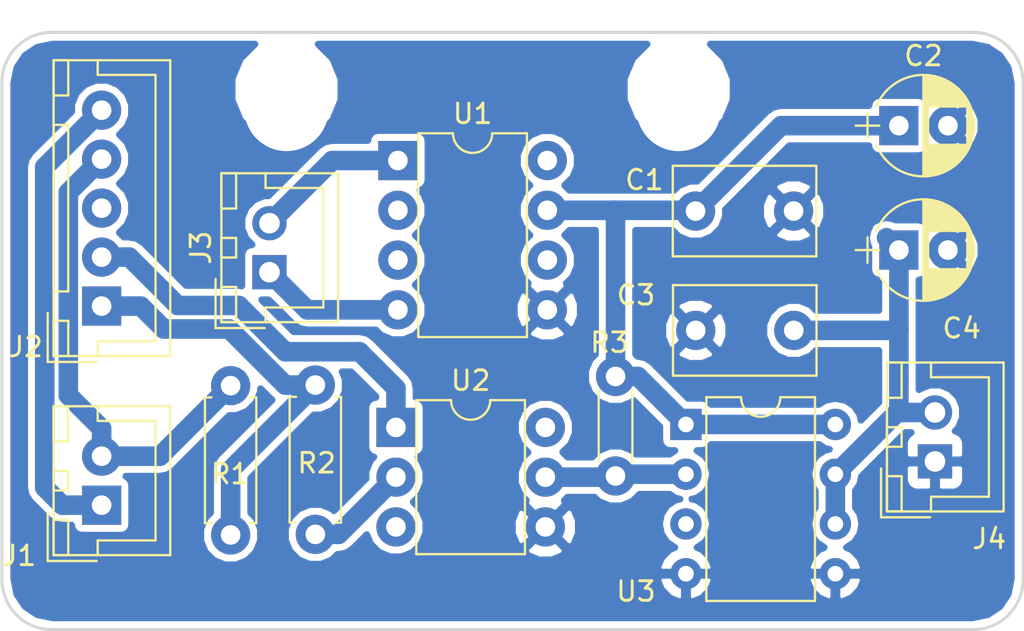
<source format=kicad_pcb>
(kicad_pcb (version 4) (host pcbnew 4.0.7)

  (general
    (links 28)
    (no_connects 0)
    (area 110.414999 85.014999 162.635001 115.645001)
    (thickness 1.6)
    (drawings 8)
    (tracks 58)
    (zones 0)
    (modules 16)
    (nets 16)
  )

  (page A4)
  (layers
    (0 F.Cu signal)
    (31 B.Cu signal)
    (32 B.Adhes user hide)
    (33 F.Adhes user hide)
    (34 B.Paste user hide)
    (35 F.Paste user hide)
    (36 B.SilkS user hide)
    (37 F.SilkS user)
    (38 B.Mask user hide)
    (39 F.Mask user hide)
    (40 Dwgs.User user)
    (41 Cmts.User user hide)
    (42 Eco1.User user hide)
    (43 Eco2.User user hide)
    (44 Edge.Cuts user)
    (45 Margin user hide)
    (46 B.CrtYd user)
    (47 F.CrtYd user)
    (48 B.Fab user hide)
    (49 F.Fab user hide)
  )

  (setup
    (last_trace_width 1)
    (trace_clearance 0.2)
    (zone_clearance 0.35)
    (zone_45_only no)
    (trace_min 0.2)
    (segment_width 0.2)
    (edge_width 0.15)
    (via_size 1.5)
    (via_drill 0.8)
    (via_min_size 0.4)
    (via_min_drill 0.3)
    (uvia_size 0.3)
    (uvia_drill 0.1)
    (uvias_allowed no)
    (uvia_min_size 0.2)
    (uvia_min_drill 0.1)
    (pcb_text_width 0.3)
    (pcb_text_size 1.5 1.5)
    (mod_edge_width 0.15)
    (mod_text_size 1 1)
    (mod_text_width 0.15)
    (pad_size 4.2 4.2)
    (pad_drill 4.2)
    (pad_to_mask_clearance 0.2)
    (aux_axis_origin 109.22 116.84)
    (visible_elements 7FFEFFFF)
    (pcbplotparams
      (layerselection 0x00000_80000000)
      (usegerberextensions false)
      (excludeedgelayer true)
      (linewidth 0.100000)
      (plotframeref false)
      (viasonmask false)
      (mode 1)
      (useauxorigin true)
      (hpglpennumber 1)
      (hpglpenspeed 20)
      (hpglpendiameter 15)
      (hpglpenoverlay 2)
      (psnegative false)
      (psa4output false)
      (plotreference true)
      (plotvalue true)
      (plotinvisibletext false)
      (padsonsilk false)
      (subtractmaskfromsilk false)
      (outputformat 1)
      (mirror false)
      (drillshape 0)
      (scaleselection 1)
      (outputdirectory ../MosfetSwitch.r4/GRB/))
  )

  (net 0 "")
  (net 1 GND_ISO)
  (net 2 ARD_GND)
  (net 3 DC_IN)
  (net 4 DC_ISO)
  (net 5 ARD_5V)
  (net 6 ARD_TEMP)
  (net 7 ARD_PWM)
  (net 8 ARD_SRC_V)
  (net 9 "Net-(R2-Pad2)")
  (net 10 DC_GND)
  (net 11 "Net-(U2-Pad3)")
  (net 12 "Net-(U2-Pad6)")
  (net 13 DRV_GATE)
  (net 14 DRV_SIG)
  (net 15 "Net-(U3-Pad3)")

  (net_class Default "This is the default net class."
    (clearance 0.2)
    (trace_width 1)
    (via_dia 1.5)
    (via_drill 0.8)
    (uvia_dia 0.3)
    (uvia_drill 0.1)
    (add_net ARD_5V)
    (add_net ARD_GND)
    (add_net ARD_PWM)
    (add_net ARD_SRC_V)
    (add_net ARD_TEMP)
    (add_net DC_GND)
    (add_net DC_IN)
    (add_net DC_ISO)
    (add_net DRV_GATE)
    (add_net DRV_SIG)
    (add_net GND_ISO)
    (add_net "Net-(R2-Pad2)")
    (add_net "Net-(U2-Pad3)")
    (add_net "Net-(U2-Pad6)")
    (add_net "Net-(U3-Pad3)")
  )

  (module Capacitors_THT:C_Rect_L7.2mm_W4.5mm_P5.00mm_FKS2_FKP2_MKS2_MKP2 (layer F.Cu) (tedit 594A6A09) (tstamp 593FC3C4)
    (at 145.87 100.3)
    (descr "C, Rect series, Radial, pin pitch=5.00mm, , length*width=7.2*4.5mm^2, Capacitor, http://www.wima.com/EN/WIMA_FKS_2.pdf")
    (tags "C Rect series Radial pin pitch 5.00mm  length 7.2mm width 4.5mm Capacitor")
    (path /59400A26)
    (fp_text reference C3 (at -3.05 -1.8) (layer F.SilkS)
      (effects (font (size 1 1) (thickness 0.15)))
    )
    (fp_text value C (at 2.5 3.31) (layer F.Fab)
      (effects (font (size 1 1) (thickness 0.15)))
    )
    (fp_text user %R (at 2.5 0) (layer F.Fab)
      (effects (font (size 1 1) (thickness 0.15)))
    )
    (fp_line (start -1.1 -2.25) (end -1.1 2.25) (layer F.Fab) (width 0.1))
    (fp_line (start -1.1 2.25) (end 6.1 2.25) (layer F.Fab) (width 0.1))
    (fp_line (start 6.1 2.25) (end 6.1 -2.25) (layer F.Fab) (width 0.1))
    (fp_line (start 6.1 -2.25) (end -1.1 -2.25) (layer F.Fab) (width 0.1))
    (fp_line (start -1.16 -2.31) (end 6.16 -2.31) (layer F.SilkS) (width 0.12))
    (fp_line (start -1.16 2.31) (end 6.16 2.31) (layer F.SilkS) (width 0.12))
    (fp_line (start -1.16 -2.31) (end -1.16 2.31) (layer F.SilkS) (width 0.12))
    (fp_line (start 6.16 -2.31) (end 6.16 2.31) (layer F.SilkS) (width 0.12))
    (fp_line (start -1.45 -2.6) (end -1.45 2.6) (layer F.CrtYd) (width 0.05))
    (fp_line (start -1.45 2.6) (end 6.45 2.6) (layer F.CrtYd) (width 0.05))
    (fp_line (start 6.45 2.6) (end 6.45 -2.6) (layer F.CrtYd) (width 0.05))
    (fp_line (start 6.45 -2.6) (end -1.45 -2.6) (layer F.CrtYd) (width 0.05))
    (pad 1 thru_hole circle (at 0 0) (size 2 2) (drill 1) (layers *.Cu *.Mask)
      (net 1 GND_ISO))
    (pad 2 thru_hole circle (at 5 0) (size 2 2) (drill 1) (layers *.Cu *.Mask)
      (net 13 DRV_GATE))
    (model ${KISYS3DMOD}/Capacitors_THT.3dshapes/C_Rect_L7.2mm_W4.5mm_P5.00mm_FKS2_FKP2_MKS2_MKP2.wrl
      (at (xyz 0 0 0))
      (scale (xyz 1 1 1))
      (rotate (xyz 0 0 0))
    )
  )

  (module Resistors_THT:R_Axial_DIN0207_L6.3mm_D2.5mm_P7.62mm_Horizontal (layer F.Cu) (tedit 594A6A3B) (tstamp 593FC409)
    (at 122.15 103.12 270)
    (descr "Resistor, Axial_DIN0207 series, Axial, Horizontal, pin pitch=7.62mm, 0.25W = 1/4W, length*diameter=6.3*2.5mm^2, http://cdn-reichelt.de/documents/datenblatt/B400/1_4W%23YAG.pdf")
    (tags "Resistor Axial_DIN0207 series Axial Horizontal pin pitch 7.62mm 0.25W = 1/4W length 6.3mm diameter 2.5mm")
    (path /593FD687)
    (fp_text reference R1 (at 4.51 0.03 360) (layer F.SilkS)
      (effects (font (size 1 1) (thickness 0.15)))
    )
    (fp_text value 100 (at 3.81 2.31 270) (layer F.Fab)
      (effects (font (size 1 1) (thickness 0.15)))
    )
    (fp_line (start 0.66 -1.25) (end 0.66 1.25) (layer F.Fab) (width 0.1))
    (fp_line (start 0.66 1.25) (end 6.96 1.25) (layer F.Fab) (width 0.1))
    (fp_line (start 6.96 1.25) (end 6.96 -1.25) (layer F.Fab) (width 0.1))
    (fp_line (start 6.96 -1.25) (end 0.66 -1.25) (layer F.Fab) (width 0.1))
    (fp_line (start 0 0) (end 0.66 0) (layer F.Fab) (width 0.1))
    (fp_line (start 7.62 0) (end 6.96 0) (layer F.Fab) (width 0.1))
    (fp_line (start 0.6 -0.98) (end 0.6 -1.31) (layer F.SilkS) (width 0.12))
    (fp_line (start 0.6 -1.31) (end 7.02 -1.31) (layer F.SilkS) (width 0.12))
    (fp_line (start 7.02 -1.31) (end 7.02 -0.98) (layer F.SilkS) (width 0.12))
    (fp_line (start 0.6 0.98) (end 0.6 1.31) (layer F.SilkS) (width 0.12))
    (fp_line (start 0.6 1.31) (end 7.02 1.31) (layer F.SilkS) (width 0.12))
    (fp_line (start 7.02 1.31) (end 7.02 0.98) (layer F.SilkS) (width 0.12))
    (fp_line (start -1.05 -1.6) (end -1.05 1.6) (layer F.CrtYd) (width 0.05))
    (fp_line (start -1.05 1.6) (end 8.7 1.6) (layer F.CrtYd) (width 0.05))
    (fp_line (start 8.7 1.6) (end 8.7 -1.6) (layer F.CrtYd) (width 0.05))
    (fp_line (start 8.7 -1.6) (end -1.05 -1.6) (layer F.CrtYd) (width 0.05))
    (pad 1 thru_hole circle (at 0 0 270) (size 2 2) (drill 1) (layers *.Cu *.Mask)
      (net 6 ARD_TEMP))
    (pad 2 thru_hole circle (at 7.62 0 270) (size 2 2) (drill 1) (layers *.Cu *.Mask)
      (net 2 ARD_GND))
    (model Resistors_THT.3dshapes/R_Axial_DIN0207_L6.3mm_D2.5mm_P7.62mm_Horizontal.wrl
      (at (xyz 0 0 0))
      (scale (xyz 0.393701 0.393701 0.393701))
      (rotate (xyz 0 0 0))
    )
  )

  (module Capacitors_THT:CP_Radial_D5.0mm_P2.50mm (layer F.Cu) (tedit 5946E255) (tstamp 593FC3BE)
    (at 156.23 89.85)
    (descr "CP, Radial series, Radial, pin pitch=2.50mm, , diameter=5mm, Electrolytic Capacitor")
    (tags "CP Radial series Radial pin pitch 2.50mm  diameter 5mm Electrolytic Capacitor")
    (path /592ACBF5)
    (fp_text reference C2 (at 1.25 -3.56) (layer F.SilkS)
      (effects (font (size 1 1) (thickness 0.15)))
    )
    (fp_text value 100nF (at 1.25 3.56) (layer F.Fab)
      (effects (font (size 1 1) (thickness 0.15)))
    )
    (fp_text user %R (at 0.775 0) (layer F.Fab)
      (effects (font (size 1 1) (thickness 0.15)))
    )
    (fp_line (start -2.2 0) (end -1 0) (layer F.Fab) (width 0.1))
    (fp_line (start -1.6 -0.65) (end -1.6 0.65) (layer F.Fab) (width 0.1))
    (fp_line (start 1.25 -2.55) (end 1.25 2.55) (layer F.SilkS) (width 0.12))
    (fp_line (start 1.29 -2.55) (end 1.29 2.55) (layer F.SilkS) (width 0.12))
    (fp_line (start 1.33 -2.549) (end 1.33 2.549) (layer F.SilkS) (width 0.12))
    (fp_line (start 1.37 -2.548) (end 1.37 2.548) (layer F.SilkS) (width 0.12))
    (fp_line (start 1.41 -2.546) (end 1.41 2.546) (layer F.SilkS) (width 0.12))
    (fp_line (start 1.45 -2.543) (end 1.45 2.543) (layer F.SilkS) (width 0.12))
    (fp_line (start 1.49 -2.539) (end 1.49 2.539) (layer F.SilkS) (width 0.12))
    (fp_line (start 1.53 -2.535) (end 1.53 -0.98) (layer F.SilkS) (width 0.12))
    (fp_line (start 1.53 0.98) (end 1.53 2.535) (layer F.SilkS) (width 0.12))
    (fp_line (start 1.57 -2.531) (end 1.57 -0.98) (layer F.SilkS) (width 0.12))
    (fp_line (start 1.57 0.98) (end 1.57 2.531) (layer F.SilkS) (width 0.12))
    (fp_line (start 1.61 -2.525) (end 1.61 -0.98) (layer F.SilkS) (width 0.12))
    (fp_line (start 1.61 0.98) (end 1.61 2.525) (layer F.SilkS) (width 0.12))
    (fp_line (start 1.65 -2.519) (end 1.65 -0.98) (layer F.SilkS) (width 0.12))
    (fp_line (start 1.65 0.98) (end 1.65 2.519) (layer F.SilkS) (width 0.12))
    (fp_line (start 1.69 -2.513) (end 1.69 -0.98) (layer F.SilkS) (width 0.12))
    (fp_line (start 1.69 0.98) (end 1.69 2.513) (layer F.SilkS) (width 0.12))
    (fp_line (start 1.73 -2.506) (end 1.73 -0.98) (layer F.SilkS) (width 0.12))
    (fp_line (start 1.73 0.98) (end 1.73 2.506) (layer F.SilkS) (width 0.12))
    (fp_line (start 1.77 -2.498) (end 1.77 -0.98) (layer F.SilkS) (width 0.12))
    (fp_line (start 1.77 0.98) (end 1.77 2.498) (layer F.SilkS) (width 0.12))
    (fp_line (start 1.81 -2.489) (end 1.81 -0.98) (layer F.SilkS) (width 0.12))
    (fp_line (start 1.81 0.98) (end 1.81 2.489) (layer F.SilkS) (width 0.12))
    (fp_line (start 1.85 -2.48) (end 1.85 -0.98) (layer F.SilkS) (width 0.12))
    (fp_line (start 1.85 0.98) (end 1.85 2.48) (layer F.SilkS) (width 0.12))
    (fp_line (start 1.89 -2.47) (end 1.89 -0.98) (layer F.SilkS) (width 0.12))
    (fp_line (start 1.89 0.98) (end 1.89 2.47) (layer F.SilkS) (width 0.12))
    (fp_line (start 1.93 -2.46) (end 1.93 -0.98) (layer F.SilkS) (width 0.12))
    (fp_line (start 1.93 0.98) (end 1.93 2.46) (layer F.SilkS) (width 0.12))
    (fp_line (start 1.971 -2.448) (end 1.971 -0.98) (layer F.SilkS) (width 0.12))
    (fp_line (start 1.971 0.98) (end 1.971 2.448) (layer F.SilkS) (width 0.12))
    (fp_line (start 2.011 -2.436) (end 2.011 -0.98) (layer F.SilkS) (width 0.12))
    (fp_line (start 2.011 0.98) (end 2.011 2.436) (layer F.SilkS) (width 0.12))
    (fp_line (start 2.051 -2.424) (end 2.051 -0.98) (layer F.SilkS) (width 0.12))
    (fp_line (start 2.051 0.98) (end 2.051 2.424) (layer F.SilkS) (width 0.12))
    (fp_line (start 2.091 -2.41) (end 2.091 -0.98) (layer F.SilkS) (width 0.12))
    (fp_line (start 2.091 0.98) (end 2.091 2.41) (layer F.SilkS) (width 0.12))
    (fp_line (start 2.131 -2.396) (end 2.131 -0.98) (layer F.SilkS) (width 0.12))
    (fp_line (start 2.131 0.98) (end 2.131 2.396) (layer F.SilkS) (width 0.12))
    (fp_line (start 2.171 -2.382) (end 2.171 -0.98) (layer F.SilkS) (width 0.12))
    (fp_line (start 2.171 0.98) (end 2.171 2.382) (layer F.SilkS) (width 0.12))
    (fp_line (start 2.211 -2.366) (end 2.211 -0.98) (layer F.SilkS) (width 0.12))
    (fp_line (start 2.211 0.98) (end 2.211 2.366) (layer F.SilkS) (width 0.12))
    (fp_line (start 2.251 -2.35) (end 2.251 -0.98) (layer F.SilkS) (width 0.12))
    (fp_line (start 2.251 0.98) (end 2.251 2.35) (layer F.SilkS) (width 0.12))
    (fp_line (start 2.291 -2.333) (end 2.291 -0.98) (layer F.SilkS) (width 0.12))
    (fp_line (start 2.291 0.98) (end 2.291 2.333) (layer F.SilkS) (width 0.12))
    (fp_line (start 2.331 -2.315) (end 2.331 -0.98) (layer F.SilkS) (width 0.12))
    (fp_line (start 2.331 0.98) (end 2.331 2.315) (layer F.SilkS) (width 0.12))
    (fp_line (start 2.371 -2.296) (end 2.371 -0.98) (layer F.SilkS) (width 0.12))
    (fp_line (start 2.371 0.98) (end 2.371 2.296) (layer F.SilkS) (width 0.12))
    (fp_line (start 2.411 -2.276) (end 2.411 -0.98) (layer F.SilkS) (width 0.12))
    (fp_line (start 2.411 0.98) (end 2.411 2.276) (layer F.SilkS) (width 0.12))
    (fp_line (start 2.451 -2.256) (end 2.451 -0.98) (layer F.SilkS) (width 0.12))
    (fp_line (start 2.451 0.98) (end 2.451 2.256) (layer F.SilkS) (width 0.12))
    (fp_line (start 2.491 -2.234) (end 2.491 -0.98) (layer F.SilkS) (width 0.12))
    (fp_line (start 2.491 0.98) (end 2.491 2.234) (layer F.SilkS) (width 0.12))
    (fp_line (start 2.531 -2.212) (end 2.531 -0.98) (layer F.SilkS) (width 0.12))
    (fp_line (start 2.531 0.98) (end 2.531 2.212) (layer F.SilkS) (width 0.12))
    (fp_line (start 2.571 -2.189) (end 2.571 -0.98) (layer F.SilkS) (width 0.12))
    (fp_line (start 2.571 0.98) (end 2.571 2.189) (layer F.SilkS) (width 0.12))
    (fp_line (start 2.611 -2.165) (end 2.611 -0.98) (layer F.SilkS) (width 0.12))
    (fp_line (start 2.611 0.98) (end 2.611 2.165) (layer F.SilkS) (width 0.12))
    (fp_line (start 2.651 -2.14) (end 2.651 -0.98) (layer F.SilkS) (width 0.12))
    (fp_line (start 2.651 0.98) (end 2.651 2.14) (layer F.SilkS) (width 0.12))
    (fp_line (start 2.691 -2.113) (end 2.691 -0.98) (layer F.SilkS) (width 0.12))
    (fp_line (start 2.691 0.98) (end 2.691 2.113) (layer F.SilkS) (width 0.12))
    (fp_line (start 2.731 -2.086) (end 2.731 -0.98) (layer F.SilkS) (width 0.12))
    (fp_line (start 2.731 0.98) (end 2.731 2.086) (layer F.SilkS) (width 0.12))
    (fp_line (start 2.771 -2.058) (end 2.771 -0.98) (layer F.SilkS) (width 0.12))
    (fp_line (start 2.771 0.98) (end 2.771 2.058) (layer F.SilkS) (width 0.12))
    (fp_line (start 2.811 -2.028) (end 2.811 -0.98) (layer F.SilkS) (width 0.12))
    (fp_line (start 2.811 0.98) (end 2.811 2.028) (layer F.SilkS) (width 0.12))
    (fp_line (start 2.851 -1.997) (end 2.851 -0.98) (layer F.SilkS) (width 0.12))
    (fp_line (start 2.851 0.98) (end 2.851 1.997) (layer F.SilkS) (width 0.12))
    (fp_line (start 2.891 -1.965) (end 2.891 -0.98) (layer F.SilkS) (width 0.12))
    (fp_line (start 2.891 0.98) (end 2.891 1.965) (layer F.SilkS) (width 0.12))
    (fp_line (start 2.931 -1.932) (end 2.931 -0.98) (layer F.SilkS) (width 0.12))
    (fp_line (start 2.931 0.98) (end 2.931 1.932) (layer F.SilkS) (width 0.12))
    (fp_line (start 2.971 -1.897) (end 2.971 -0.98) (layer F.SilkS) (width 0.12))
    (fp_line (start 2.971 0.98) (end 2.971 1.897) (layer F.SilkS) (width 0.12))
    (fp_line (start 3.011 -1.861) (end 3.011 -0.98) (layer F.SilkS) (width 0.12))
    (fp_line (start 3.011 0.98) (end 3.011 1.861) (layer F.SilkS) (width 0.12))
    (fp_line (start 3.051 -1.823) (end 3.051 -0.98) (layer F.SilkS) (width 0.12))
    (fp_line (start 3.051 0.98) (end 3.051 1.823) (layer F.SilkS) (width 0.12))
    (fp_line (start 3.091 -1.783) (end 3.091 -0.98) (layer F.SilkS) (width 0.12))
    (fp_line (start 3.091 0.98) (end 3.091 1.783) (layer F.SilkS) (width 0.12))
    (fp_line (start 3.131 -1.742) (end 3.131 -0.98) (layer F.SilkS) (width 0.12))
    (fp_line (start 3.131 0.98) (end 3.131 1.742) (layer F.SilkS) (width 0.12))
    (fp_line (start 3.171 -1.699) (end 3.171 -0.98) (layer F.SilkS) (width 0.12))
    (fp_line (start 3.171 0.98) (end 3.171 1.699) (layer F.SilkS) (width 0.12))
    (fp_line (start 3.211 -1.654) (end 3.211 -0.98) (layer F.SilkS) (width 0.12))
    (fp_line (start 3.211 0.98) (end 3.211 1.654) (layer F.SilkS) (width 0.12))
    (fp_line (start 3.251 -1.606) (end 3.251 -0.98) (layer F.SilkS) (width 0.12))
    (fp_line (start 3.251 0.98) (end 3.251 1.606) (layer F.SilkS) (width 0.12))
    (fp_line (start 3.291 -1.556) (end 3.291 -0.98) (layer F.SilkS) (width 0.12))
    (fp_line (start 3.291 0.98) (end 3.291 1.556) (layer F.SilkS) (width 0.12))
    (fp_line (start 3.331 -1.504) (end 3.331 -0.98) (layer F.SilkS) (width 0.12))
    (fp_line (start 3.331 0.98) (end 3.331 1.504) (layer F.SilkS) (width 0.12))
    (fp_line (start 3.371 -1.448) (end 3.371 -0.98) (layer F.SilkS) (width 0.12))
    (fp_line (start 3.371 0.98) (end 3.371 1.448) (layer F.SilkS) (width 0.12))
    (fp_line (start 3.411 -1.39) (end 3.411 -0.98) (layer F.SilkS) (width 0.12))
    (fp_line (start 3.411 0.98) (end 3.411 1.39) (layer F.SilkS) (width 0.12))
    (fp_line (start 3.451 -1.327) (end 3.451 -0.98) (layer F.SilkS) (width 0.12))
    (fp_line (start 3.451 0.98) (end 3.451 1.327) (layer F.SilkS) (width 0.12))
    (fp_line (start 3.491 -1.261) (end 3.491 1.261) (layer F.SilkS) (width 0.12))
    (fp_line (start 3.531 -1.189) (end 3.531 1.189) (layer F.SilkS) (width 0.12))
    (fp_line (start 3.571 -1.112) (end 3.571 1.112) (layer F.SilkS) (width 0.12))
    (fp_line (start 3.611 -1.028) (end 3.611 1.028) (layer F.SilkS) (width 0.12))
    (fp_line (start 3.651 -0.934) (end 3.651 0.934) (layer F.SilkS) (width 0.12))
    (fp_line (start 3.691 -0.829) (end 3.691 0.829) (layer F.SilkS) (width 0.12))
    (fp_line (start 3.731 -0.707) (end 3.731 0.707) (layer F.SilkS) (width 0.12))
    (fp_line (start 3.771 -0.559) (end 3.771 0.559) (layer F.SilkS) (width 0.12))
    (fp_line (start 3.811 -0.354) (end 3.811 0.354) (layer F.SilkS) (width 0.12))
    (fp_line (start -2.2 0) (end -1 0) (layer F.SilkS) (width 0.12))
    (fp_line (start -1.6 -0.65) (end -1.6 0.65) (layer F.SilkS) (width 0.12))
    (fp_line (start -1.6 -2.85) (end -1.6 2.85) (layer F.CrtYd) (width 0.05))
    (fp_line (start -1.6 2.85) (end 4.1 2.85) (layer F.CrtYd) (width 0.05))
    (fp_line (start 4.1 2.85) (end 4.1 -2.85) (layer F.CrtYd) (width 0.05))
    (fp_line (start 4.1 -2.85) (end -1.6 -2.85) (layer F.CrtYd) (width 0.05))
    (fp_circle (center 1.25 0) (end 3.75 0) (layer F.Fab) (width 0.1))
    (fp_arc (start 1.25 0) (end -1.147436 -0.98) (angle 135.5) (layer F.SilkS) (width 0.12))
    (fp_arc (start 1.25 0) (end -1.147436 0.98) (angle -135.5) (layer F.SilkS) (width 0.12))
    (fp_arc (start 1.25 0) (end 3.647436 -0.98) (angle 44.5) (layer F.SilkS) (width 0.12))
    (pad 1 thru_hole rect (at 0 0) (size 2 2) (drill 1) (layers *.Cu *.Mask)
      (net 4 DC_ISO))
    (pad 2 thru_hole circle (at 2.5 0) (size 2 2) (drill 1) (layers *.Cu *.Mask)
      (net 1 GND_ISO))
    (model ${KISYS3DMOD}/Capacitors_THT.3dshapes/CP_Radial_D5.0mm_P2.50mm.wrl
      (at (xyz 0 0 0))
      (scale (xyz 1 1 1))
      (rotate (xyz 0 0 0))
    )
  )

  (module Capacitors_THT:C_Rect_L7.2mm_W4.5mm_P5.00mm_FKS2_FKP2_MKS2_MKP2 (layer F.Cu) (tedit 594A6A0C) (tstamp 593FC3B8)
    (at 145.86 94.21)
    (descr "C, Rect series, Radial, pin pitch=5.00mm, , length*width=7.2*4.5mm^2, Capacitor, http://www.wima.com/EN/WIMA_FKS_2.pdf")
    (tags "C Rect series Radial pin pitch 5.00mm  length 7.2mm width 4.5mm Capacitor")
    (path /592ACB50)
    (fp_text reference C1 (at -2.61 -1.59) (layer F.SilkS)
      (effects (font (size 1 1) (thickness 0.15)))
    )
    (fp_text value 4.7uF (at 2.5 3.31) (layer F.Fab)
      (effects (font (size 1 1) (thickness 0.15)))
    )
    (fp_text user %R (at 2.5 0) (layer F.Fab)
      (effects (font (size 1 1) (thickness 0.15)))
    )
    (fp_line (start -1.1 -2.25) (end -1.1 2.25) (layer F.Fab) (width 0.1))
    (fp_line (start -1.1 2.25) (end 6.1 2.25) (layer F.Fab) (width 0.1))
    (fp_line (start 6.1 2.25) (end 6.1 -2.25) (layer F.Fab) (width 0.1))
    (fp_line (start 6.1 -2.25) (end -1.1 -2.25) (layer F.Fab) (width 0.1))
    (fp_line (start -1.16 -2.31) (end 6.16 -2.31) (layer F.SilkS) (width 0.12))
    (fp_line (start -1.16 2.31) (end 6.16 2.31) (layer F.SilkS) (width 0.12))
    (fp_line (start -1.16 -2.31) (end -1.16 2.31) (layer F.SilkS) (width 0.12))
    (fp_line (start 6.16 -2.31) (end 6.16 2.31) (layer F.SilkS) (width 0.12))
    (fp_line (start -1.45 -2.6) (end -1.45 2.6) (layer F.CrtYd) (width 0.05))
    (fp_line (start -1.45 2.6) (end 6.45 2.6) (layer F.CrtYd) (width 0.05))
    (fp_line (start 6.45 2.6) (end 6.45 -2.6) (layer F.CrtYd) (width 0.05))
    (fp_line (start 6.45 -2.6) (end -1.45 -2.6) (layer F.CrtYd) (width 0.05))
    (pad 1 thru_hole circle (at 0 0) (size 2 2) (drill 1) (layers *.Cu *.Mask)
      (net 4 DC_ISO))
    (pad 2 thru_hole circle (at 5 0) (size 2 2) (drill 1) (layers *.Cu *.Mask)
      (net 1 GND_ISO))
    (model ${KISYS3DMOD}/Capacitors_THT.3dshapes/C_Rect_L7.2mm_W4.5mm_P5.00mm_FKS2_FKP2_MKS2_MKP2.wrl
      (at (xyz 0 0 0))
      (scale (xyz 1 1 1))
      (rotate (xyz 0 0 0))
    )
  )

  (module Capacitors_THT:CP_Radial_D5.0mm_P2.50mm (layer F.Cu) (tedit 594A6A0F) (tstamp 593FC3CA)
    (at 156.23 96.2)
    (descr "CP, Radial series, Radial, pin pitch=2.50mm, , diameter=5mm, Electrolytic Capacitor")
    (tags "CP Radial series Radial pin pitch 2.50mm  diameter 5mm Electrolytic Capacitor")
    (path /592ED18A)
    (fp_text reference C4 (at 3.2 3.99) (layer F.SilkS)
      (effects (font (size 1 1) (thickness 0.15)))
    )
    (fp_text value 4.7uF (at 1.25 3.56) (layer F.Fab)
      (effects (font (size 1 1) (thickness 0.15)))
    )
    (fp_text user %R (at 0.775 0) (layer F.Fab)
      (effects (font (size 1 1) (thickness 0.15)))
    )
    (fp_line (start -2.2 0) (end -1 0) (layer F.Fab) (width 0.1))
    (fp_line (start -1.6 -0.65) (end -1.6 0.65) (layer F.Fab) (width 0.1))
    (fp_line (start 1.25 -2.55) (end 1.25 2.55) (layer F.SilkS) (width 0.12))
    (fp_line (start 1.29 -2.55) (end 1.29 2.55) (layer F.SilkS) (width 0.12))
    (fp_line (start 1.33 -2.549) (end 1.33 2.549) (layer F.SilkS) (width 0.12))
    (fp_line (start 1.37 -2.548) (end 1.37 2.548) (layer F.SilkS) (width 0.12))
    (fp_line (start 1.41 -2.546) (end 1.41 2.546) (layer F.SilkS) (width 0.12))
    (fp_line (start 1.45 -2.543) (end 1.45 2.543) (layer F.SilkS) (width 0.12))
    (fp_line (start 1.49 -2.539) (end 1.49 2.539) (layer F.SilkS) (width 0.12))
    (fp_line (start 1.53 -2.535) (end 1.53 -0.98) (layer F.SilkS) (width 0.12))
    (fp_line (start 1.53 0.98) (end 1.53 2.535) (layer F.SilkS) (width 0.12))
    (fp_line (start 1.57 -2.531) (end 1.57 -0.98) (layer F.SilkS) (width 0.12))
    (fp_line (start 1.57 0.98) (end 1.57 2.531) (layer F.SilkS) (width 0.12))
    (fp_line (start 1.61 -2.525) (end 1.61 -0.98) (layer F.SilkS) (width 0.12))
    (fp_line (start 1.61 0.98) (end 1.61 2.525) (layer F.SilkS) (width 0.12))
    (fp_line (start 1.65 -2.519) (end 1.65 -0.98) (layer F.SilkS) (width 0.12))
    (fp_line (start 1.65 0.98) (end 1.65 2.519) (layer F.SilkS) (width 0.12))
    (fp_line (start 1.69 -2.513) (end 1.69 -0.98) (layer F.SilkS) (width 0.12))
    (fp_line (start 1.69 0.98) (end 1.69 2.513) (layer F.SilkS) (width 0.12))
    (fp_line (start 1.73 -2.506) (end 1.73 -0.98) (layer F.SilkS) (width 0.12))
    (fp_line (start 1.73 0.98) (end 1.73 2.506) (layer F.SilkS) (width 0.12))
    (fp_line (start 1.77 -2.498) (end 1.77 -0.98) (layer F.SilkS) (width 0.12))
    (fp_line (start 1.77 0.98) (end 1.77 2.498) (layer F.SilkS) (width 0.12))
    (fp_line (start 1.81 -2.489) (end 1.81 -0.98) (layer F.SilkS) (width 0.12))
    (fp_line (start 1.81 0.98) (end 1.81 2.489) (layer F.SilkS) (width 0.12))
    (fp_line (start 1.85 -2.48) (end 1.85 -0.98) (layer F.SilkS) (width 0.12))
    (fp_line (start 1.85 0.98) (end 1.85 2.48) (layer F.SilkS) (width 0.12))
    (fp_line (start 1.89 -2.47) (end 1.89 -0.98) (layer F.SilkS) (width 0.12))
    (fp_line (start 1.89 0.98) (end 1.89 2.47) (layer F.SilkS) (width 0.12))
    (fp_line (start 1.93 -2.46) (end 1.93 -0.98) (layer F.SilkS) (width 0.12))
    (fp_line (start 1.93 0.98) (end 1.93 2.46) (layer F.SilkS) (width 0.12))
    (fp_line (start 1.971 -2.448) (end 1.971 -0.98) (layer F.SilkS) (width 0.12))
    (fp_line (start 1.971 0.98) (end 1.971 2.448) (layer F.SilkS) (width 0.12))
    (fp_line (start 2.011 -2.436) (end 2.011 -0.98) (layer F.SilkS) (width 0.12))
    (fp_line (start 2.011 0.98) (end 2.011 2.436) (layer F.SilkS) (width 0.12))
    (fp_line (start 2.051 -2.424) (end 2.051 -0.98) (layer F.SilkS) (width 0.12))
    (fp_line (start 2.051 0.98) (end 2.051 2.424) (layer F.SilkS) (width 0.12))
    (fp_line (start 2.091 -2.41) (end 2.091 -0.98) (layer F.SilkS) (width 0.12))
    (fp_line (start 2.091 0.98) (end 2.091 2.41) (layer F.SilkS) (width 0.12))
    (fp_line (start 2.131 -2.396) (end 2.131 -0.98) (layer F.SilkS) (width 0.12))
    (fp_line (start 2.131 0.98) (end 2.131 2.396) (layer F.SilkS) (width 0.12))
    (fp_line (start 2.171 -2.382) (end 2.171 -0.98) (layer F.SilkS) (width 0.12))
    (fp_line (start 2.171 0.98) (end 2.171 2.382) (layer F.SilkS) (width 0.12))
    (fp_line (start 2.211 -2.366) (end 2.211 -0.98) (layer F.SilkS) (width 0.12))
    (fp_line (start 2.211 0.98) (end 2.211 2.366) (layer F.SilkS) (width 0.12))
    (fp_line (start 2.251 -2.35) (end 2.251 -0.98) (layer F.SilkS) (width 0.12))
    (fp_line (start 2.251 0.98) (end 2.251 2.35) (layer F.SilkS) (width 0.12))
    (fp_line (start 2.291 -2.333) (end 2.291 -0.98) (layer F.SilkS) (width 0.12))
    (fp_line (start 2.291 0.98) (end 2.291 2.333) (layer F.SilkS) (width 0.12))
    (fp_line (start 2.331 -2.315) (end 2.331 -0.98) (layer F.SilkS) (width 0.12))
    (fp_line (start 2.331 0.98) (end 2.331 2.315) (layer F.SilkS) (width 0.12))
    (fp_line (start 2.371 -2.296) (end 2.371 -0.98) (layer F.SilkS) (width 0.12))
    (fp_line (start 2.371 0.98) (end 2.371 2.296) (layer F.SilkS) (width 0.12))
    (fp_line (start 2.411 -2.276) (end 2.411 -0.98) (layer F.SilkS) (width 0.12))
    (fp_line (start 2.411 0.98) (end 2.411 2.276) (layer F.SilkS) (width 0.12))
    (fp_line (start 2.451 -2.256) (end 2.451 -0.98) (layer F.SilkS) (width 0.12))
    (fp_line (start 2.451 0.98) (end 2.451 2.256) (layer F.SilkS) (width 0.12))
    (fp_line (start 2.491 -2.234) (end 2.491 -0.98) (layer F.SilkS) (width 0.12))
    (fp_line (start 2.491 0.98) (end 2.491 2.234) (layer F.SilkS) (width 0.12))
    (fp_line (start 2.531 -2.212) (end 2.531 -0.98) (layer F.SilkS) (width 0.12))
    (fp_line (start 2.531 0.98) (end 2.531 2.212) (layer F.SilkS) (width 0.12))
    (fp_line (start 2.571 -2.189) (end 2.571 -0.98) (layer F.SilkS) (width 0.12))
    (fp_line (start 2.571 0.98) (end 2.571 2.189) (layer F.SilkS) (width 0.12))
    (fp_line (start 2.611 -2.165) (end 2.611 -0.98) (layer F.SilkS) (width 0.12))
    (fp_line (start 2.611 0.98) (end 2.611 2.165) (layer F.SilkS) (width 0.12))
    (fp_line (start 2.651 -2.14) (end 2.651 -0.98) (layer F.SilkS) (width 0.12))
    (fp_line (start 2.651 0.98) (end 2.651 2.14) (layer F.SilkS) (width 0.12))
    (fp_line (start 2.691 -2.113) (end 2.691 -0.98) (layer F.SilkS) (width 0.12))
    (fp_line (start 2.691 0.98) (end 2.691 2.113) (layer F.SilkS) (width 0.12))
    (fp_line (start 2.731 -2.086) (end 2.731 -0.98) (layer F.SilkS) (width 0.12))
    (fp_line (start 2.731 0.98) (end 2.731 2.086) (layer F.SilkS) (width 0.12))
    (fp_line (start 2.771 -2.058) (end 2.771 -0.98) (layer F.SilkS) (width 0.12))
    (fp_line (start 2.771 0.98) (end 2.771 2.058) (layer F.SilkS) (width 0.12))
    (fp_line (start 2.811 -2.028) (end 2.811 -0.98) (layer F.SilkS) (width 0.12))
    (fp_line (start 2.811 0.98) (end 2.811 2.028) (layer F.SilkS) (width 0.12))
    (fp_line (start 2.851 -1.997) (end 2.851 -0.98) (layer F.SilkS) (width 0.12))
    (fp_line (start 2.851 0.98) (end 2.851 1.997) (layer F.SilkS) (width 0.12))
    (fp_line (start 2.891 -1.965) (end 2.891 -0.98) (layer F.SilkS) (width 0.12))
    (fp_line (start 2.891 0.98) (end 2.891 1.965) (layer F.SilkS) (width 0.12))
    (fp_line (start 2.931 -1.932) (end 2.931 -0.98) (layer F.SilkS) (width 0.12))
    (fp_line (start 2.931 0.98) (end 2.931 1.932) (layer F.SilkS) (width 0.12))
    (fp_line (start 2.971 -1.897) (end 2.971 -0.98) (layer F.SilkS) (width 0.12))
    (fp_line (start 2.971 0.98) (end 2.971 1.897) (layer F.SilkS) (width 0.12))
    (fp_line (start 3.011 -1.861) (end 3.011 -0.98) (layer F.SilkS) (width 0.12))
    (fp_line (start 3.011 0.98) (end 3.011 1.861) (layer F.SilkS) (width 0.12))
    (fp_line (start 3.051 -1.823) (end 3.051 -0.98) (layer F.SilkS) (width 0.12))
    (fp_line (start 3.051 0.98) (end 3.051 1.823) (layer F.SilkS) (width 0.12))
    (fp_line (start 3.091 -1.783) (end 3.091 -0.98) (layer F.SilkS) (width 0.12))
    (fp_line (start 3.091 0.98) (end 3.091 1.783) (layer F.SilkS) (width 0.12))
    (fp_line (start 3.131 -1.742) (end 3.131 -0.98) (layer F.SilkS) (width 0.12))
    (fp_line (start 3.131 0.98) (end 3.131 1.742) (layer F.SilkS) (width 0.12))
    (fp_line (start 3.171 -1.699) (end 3.171 -0.98) (layer F.SilkS) (width 0.12))
    (fp_line (start 3.171 0.98) (end 3.171 1.699) (layer F.SilkS) (width 0.12))
    (fp_line (start 3.211 -1.654) (end 3.211 -0.98) (layer F.SilkS) (width 0.12))
    (fp_line (start 3.211 0.98) (end 3.211 1.654) (layer F.SilkS) (width 0.12))
    (fp_line (start 3.251 -1.606) (end 3.251 -0.98) (layer F.SilkS) (width 0.12))
    (fp_line (start 3.251 0.98) (end 3.251 1.606) (layer F.SilkS) (width 0.12))
    (fp_line (start 3.291 -1.556) (end 3.291 -0.98) (layer F.SilkS) (width 0.12))
    (fp_line (start 3.291 0.98) (end 3.291 1.556) (layer F.SilkS) (width 0.12))
    (fp_line (start 3.331 -1.504) (end 3.331 -0.98) (layer F.SilkS) (width 0.12))
    (fp_line (start 3.331 0.98) (end 3.331 1.504) (layer F.SilkS) (width 0.12))
    (fp_line (start 3.371 -1.448) (end 3.371 -0.98) (layer F.SilkS) (width 0.12))
    (fp_line (start 3.371 0.98) (end 3.371 1.448) (layer F.SilkS) (width 0.12))
    (fp_line (start 3.411 -1.39) (end 3.411 -0.98) (layer F.SilkS) (width 0.12))
    (fp_line (start 3.411 0.98) (end 3.411 1.39) (layer F.SilkS) (width 0.12))
    (fp_line (start 3.451 -1.327) (end 3.451 -0.98) (layer F.SilkS) (width 0.12))
    (fp_line (start 3.451 0.98) (end 3.451 1.327) (layer F.SilkS) (width 0.12))
    (fp_line (start 3.491 -1.261) (end 3.491 1.261) (layer F.SilkS) (width 0.12))
    (fp_line (start 3.531 -1.189) (end 3.531 1.189) (layer F.SilkS) (width 0.12))
    (fp_line (start 3.571 -1.112) (end 3.571 1.112) (layer F.SilkS) (width 0.12))
    (fp_line (start 3.611 -1.028) (end 3.611 1.028) (layer F.SilkS) (width 0.12))
    (fp_line (start 3.651 -0.934) (end 3.651 0.934) (layer F.SilkS) (width 0.12))
    (fp_line (start 3.691 -0.829) (end 3.691 0.829) (layer F.SilkS) (width 0.12))
    (fp_line (start 3.731 -0.707) (end 3.731 0.707) (layer F.SilkS) (width 0.12))
    (fp_line (start 3.771 -0.559) (end 3.771 0.559) (layer F.SilkS) (width 0.12))
    (fp_line (start 3.811 -0.354) (end 3.811 0.354) (layer F.SilkS) (width 0.12))
    (fp_line (start -2.2 0) (end -1 0) (layer F.SilkS) (width 0.12))
    (fp_line (start -1.6 -0.65) (end -1.6 0.65) (layer F.SilkS) (width 0.12))
    (fp_line (start -1.6 -2.85) (end -1.6 2.85) (layer F.CrtYd) (width 0.05))
    (fp_line (start -1.6 2.85) (end 4.1 2.85) (layer F.CrtYd) (width 0.05))
    (fp_line (start 4.1 2.85) (end 4.1 -2.85) (layer F.CrtYd) (width 0.05))
    (fp_line (start 4.1 -2.85) (end -1.6 -2.85) (layer F.CrtYd) (width 0.05))
    (fp_circle (center 1.25 0) (end 3.75 0) (layer F.Fab) (width 0.1))
    (fp_arc (start 1.25 0) (end -1.147436 -0.98) (angle 135.5) (layer F.SilkS) (width 0.12))
    (fp_arc (start 1.25 0) (end -1.147436 0.98) (angle -135.5) (layer F.SilkS) (width 0.12))
    (fp_arc (start 1.25 0) (end 3.647436 -0.98) (angle 44.5) (layer F.SilkS) (width 0.12))
    (pad 1 thru_hole rect (at 0 0) (size 2 2) (drill 1) (layers *.Cu *.Mask)
      (net 13 DRV_GATE))
    (pad 2 thru_hole circle (at 2.5 0) (size 2 2) (drill 1) (layers *.Cu *.Mask)
      (net 1 GND_ISO))
    (model ${KISYS3DMOD}/Capacitors_THT.3dshapes/CP_Radial_D5.0mm_P2.50mm.wrl
      (at (xyz 0 0 0))
      (scale (xyz 1 1 1))
      (rotate (xyz 0 0 0))
    )
  )

  (module Resistors_THT:R_Axial_DIN0204_L3.6mm_D1.6mm_P5.08mm_Horizontal (layer F.Cu) (tedit 5946D707) (tstamp 593FC415)
    (at 141.78 102.65 270)
    (descr "Resistor, Axial_DIN0204 series, Axial, Horizontal, pin pitch=5.08mm, 0.16666666666666666W = 1/6W, length*diameter=3.6*1.6mm^2, http://cdn-reichelt.de/documents/datenblatt/B400/1_4W%23YAG.pdf")
    (tags "Resistor Axial_DIN0204 series Axial Horizontal pin pitch 5.08mm 0.16666666666666666W = 1/6W length 3.6mm diameter 1.6mm")
    (path /592ED01B)
    (fp_text reference R3 (at -1.73 0.31 360) (layer F.SilkS)
      (effects (font (size 1 1) (thickness 0.15)))
    )
    (fp_text value 1K5 (at 2.54 1.86 270) (layer F.Fab)
      (effects (font (size 1 1) (thickness 0.15)))
    )
    (fp_line (start 0.74 -0.8) (end 0.74 0.8) (layer F.Fab) (width 0.1))
    (fp_line (start 0.74 0.8) (end 4.34 0.8) (layer F.Fab) (width 0.1))
    (fp_line (start 4.34 0.8) (end 4.34 -0.8) (layer F.Fab) (width 0.1))
    (fp_line (start 4.34 -0.8) (end 0.74 -0.8) (layer F.Fab) (width 0.1))
    (fp_line (start 0 0) (end 0.74 0) (layer F.Fab) (width 0.1))
    (fp_line (start 5.08 0) (end 4.34 0) (layer F.Fab) (width 0.1))
    (fp_line (start 0.68 -0.86) (end 4.4 -0.86) (layer F.SilkS) (width 0.12))
    (fp_line (start 0.68 0.86) (end 4.4 0.86) (layer F.SilkS) (width 0.12))
    (fp_line (start -0.95 -1.15) (end -0.95 1.15) (layer F.CrtYd) (width 0.05))
    (fp_line (start -0.95 1.15) (end 6.05 1.15) (layer F.CrtYd) (width 0.05))
    (fp_line (start 6.05 1.15) (end 6.05 -1.15) (layer F.CrtYd) (width 0.05))
    (fp_line (start 6.05 -1.15) (end -0.95 -1.15) (layer F.CrtYd) (width 0.05))
    (pad 1 thru_hole circle (at 0 0 270) (size 2 2) (drill 1) (layers *.Cu *.Mask)
      (net 4 DC_ISO))
    (pad 2 thru_hole circle (at 5.08 0 270) (size 2 2) (drill 1) (layers *.Cu *.Mask)
      (net 14 DRV_SIG))
    (model Resistors_THT.3dshapes/R_Axial_DIN0204_L3.6mm_D1.6mm_P5.08mm_Horizontal.wrl
      (at (xyz 0 0 0))
      (scale (xyz 0.393701 0.393701 0.393701))
      (rotate (xyz 0 0 0))
    )
  )

  (module Resistors_THT:R_Axial_DIN0207_L6.3mm_D2.5mm_P7.62mm_Horizontal (layer F.Cu) (tedit 594A6A36) (tstamp 593FC40F)
    (at 126.47 103.09 270)
    (descr "Resistor, Axial_DIN0207 series, Axial, Horizontal, pin pitch=7.62mm, 0.25W = 1/4W, length*diameter=6.3*2.5mm^2, http://cdn-reichelt.de/documents/datenblatt/B400/1_4W%23YAG.pdf")
    (tags "Resistor Axial_DIN0207 series Axial Horizontal pin pitch 7.62mm 0.25W = 1/4W length 6.3mm diameter 2.5mm")
    (path /592BF392)
    (fp_text reference R2 (at 3.984 -0.068 360) (layer F.SilkS)
      (effects (font (size 1 1) (thickness 0.15)))
    )
    (fp_text value 180 (at 3.81 2.31 270) (layer F.Fab)
      (effects (font (size 1 1) (thickness 0.15)))
    )
    (fp_line (start 0.66 -1.25) (end 0.66 1.25) (layer F.Fab) (width 0.1))
    (fp_line (start 0.66 1.25) (end 6.96 1.25) (layer F.Fab) (width 0.1))
    (fp_line (start 6.96 1.25) (end 6.96 -1.25) (layer F.Fab) (width 0.1))
    (fp_line (start 6.96 -1.25) (end 0.66 -1.25) (layer F.Fab) (width 0.1))
    (fp_line (start 0 0) (end 0.66 0) (layer F.Fab) (width 0.1))
    (fp_line (start 7.62 0) (end 6.96 0) (layer F.Fab) (width 0.1))
    (fp_line (start 0.6 -0.98) (end 0.6 -1.31) (layer F.SilkS) (width 0.12))
    (fp_line (start 0.6 -1.31) (end 7.02 -1.31) (layer F.SilkS) (width 0.12))
    (fp_line (start 7.02 -1.31) (end 7.02 -0.98) (layer F.SilkS) (width 0.12))
    (fp_line (start 0.6 0.98) (end 0.6 1.31) (layer F.SilkS) (width 0.12))
    (fp_line (start 0.6 1.31) (end 7.02 1.31) (layer F.SilkS) (width 0.12))
    (fp_line (start 7.02 1.31) (end 7.02 0.98) (layer F.SilkS) (width 0.12))
    (fp_line (start -1.05 -1.6) (end -1.05 1.6) (layer F.CrtYd) (width 0.05))
    (fp_line (start -1.05 1.6) (end 8.7 1.6) (layer F.CrtYd) (width 0.05))
    (fp_line (start 8.7 1.6) (end 8.7 -1.6) (layer F.CrtYd) (width 0.05))
    (fp_line (start 8.7 -1.6) (end -1.05 -1.6) (layer F.CrtYd) (width 0.05))
    (pad 1 thru_hole circle (at 0 0 270) (size 2 2) (drill 1) (layers *.Cu *.Mask)
      (net 2 ARD_GND))
    (pad 2 thru_hole circle (at 7.62 0 270) (size 2 2) (drill 1) (layers *.Cu *.Mask)
      (net 9 "Net-(R2-Pad2)"))
    (model Resistors_THT.3dshapes/R_Axial_DIN0207_L6.3mm_D2.5mm_P7.62mm_Horizontal.wrl
      (at (xyz 0 0 0))
      (scale (xyz 0.393701 0.393701 0.393701))
      (rotate (xyz 0 0 0))
    )
  )

  (module Connectors_JST:JST_XH_B02B-XH-A_02x2.50mm_Straight (layer F.Cu) (tedit 5946D62A) (tstamp 593FC3E3)
    (at 115.57 109.22 90)
    (descr "JST XH series connector, B02B-XH-A, top entry type, through hole")
    (tags "connector jst xh tht top vertical 2.50mm")
    (path /593FD4A9)
    (fp_text reference J1 (at -2.58 -4.2 180) (layer F.SilkS)
      (effects (font (size 1 1) (thickness 0.15)))
    )
    (fp_text value CONN_01X02 (at 1.25 4.5 90) (layer F.Fab)
      (effects (font (size 1 1) (thickness 0.15)))
    )
    (fp_line (start -2.45 -2.35) (end -2.45 3.4) (layer F.Fab) (width 0.1))
    (fp_line (start -2.45 3.4) (end 4.95 3.4) (layer F.Fab) (width 0.1))
    (fp_line (start 4.95 3.4) (end 4.95 -2.35) (layer F.Fab) (width 0.1))
    (fp_line (start 4.95 -2.35) (end -2.45 -2.35) (layer F.Fab) (width 0.1))
    (fp_line (start -2.95 -2.85) (end -2.95 3.9) (layer F.CrtYd) (width 0.05))
    (fp_line (start -2.95 3.9) (end 5.45 3.9) (layer F.CrtYd) (width 0.05))
    (fp_line (start 5.45 3.9) (end 5.45 -2.85) (layer F.CrtYd) (width 0.05))
    (fp_line (start 5.45 -2.85) (end -2.95 -2.85) (layer F.CrtYd) (width 0.05))
    (fp_line (start -2.55 -2.45) (end -2.55 3.5) (layer F.SilkS) (width 0.12))
    (fp_line (start -2.55 3.5) (end 5.05 3.5) (layer F.SilkS) (width 0.12))
    (fp_line (start 5.05 3.5) (end 5.05 -2.45) (layer F.SilkS) (width 0.12))
    (fp_line (start 5.05 -2.45) (end -2.55 -2.45) (layer F.SilkS) (width 0.12))
    (fp_line (start 0.75 -2.45) (end 0.75 -1.7) (layer F.SilkS) (width 0.12))
    (fp_line (start 0.75 -1.7) (end 1.75 -1.7) (layer F.SilkS) (width 0.12))
    (fp_line (start 1.75 -1.7) (end 1.75 -2.45) (layer F.SilkS) (width 0.12))
    (fp_line (start 1.75 -2.45) (end 0.75 -2.45) (layer F.SilkS) (width 0.12))
    (fp_line (start -2.55 -2.45) (end -2.55 -1.7) (layer F.SilkS) (width 0.12))
    (fp_line (start -2.55 -1.7) (end -0.75 -1.7) (layer F.SilkS) (width 0.12))
    (fp_line (start -0.75 -1.7) (end -0.75 -2.45) (layer F.SilkS) (width 0.12))
    (fp_line (start -0.75 -2.45) (end -2.55 -2.45) (layer F.SilkS) (width 0.12))
    (fp_line (start 3.25 -2.45) (end 3.25 -1.7) (layer F.SilkS) (width 0.12))
    (fp_line (start 3.25 -1.7) (end 5.05 -1.7) (layer F.SilkS) (width 0.12))
    (fp_line (start 5.05 -1.7) (end 5.05 -2.45) (layer F.SilkS) (width 0.12))
    (fp_line (start 5.05 -2.45) (end 3.25 -2.45) (layer F.SilkS) (width 0.12))
    (fp_line (start -2.55 -0.2) (end -1.8 -0.2) (layer F.SilkS) (width 0.12))
    (fp_line (start -1.8 -0.2) (end -1.8 2.75) (layer F.SilkS) (width 0.12))
    (fp_line (start -1.8 2.75) (end 1.25 2.75) (layer F.SilkS) (width 0.12))
    (fp_line (start 5.05 -0.2) (end 4.3 -0.2) (layer F.SilkS) (width 0.12))
    (fp_line (start 4.3 -0.2) (end 4.3 2.75) (layer F.SilkS) (width 0.12))
    (fp_line (start 4.3 2.75) (end 1.25 2.75) (layer F.SilkS) (width 0.12))
    (fp_line (start -0.35 -2.75) (end -2.85 -2.75) (layer F.SilkS) (width 0.12))
    (fp_line (start -2.85 -2.75) (end -2.85 -0.25) (layer F.SilkS) (width 0.12))
    (fp_line (start -0.35 -2.75) (end -2.85 -2.75) (layer F.Fab) (width 0.1))
    (fp_line (start -2.85 -2.75) (end -2.85 -0.25) (layer F.Fab) (width 0.1))
    (fp_text user %R (at 1.25 2.5 90) (layer F.Fab)
      (effects (font (size 1 1) (thickness 0.15)))
    )
    (pad 1 thru_hole rect (at 0 0 90) (size 2 2) (drill 1) (layers *.Cu *.Mask)
      (net 5 ARD_5V))
    (pad 2 thru_hole circle (at 2.5 0 90) (size 2 2) (drill 1) (layers *.Cu *.Mask)
      (net 6 ARD_TEMP))
    (model Connectors_JST.3dshapes/JST_XH_B02B-XH-A_02x2.50mm_Straight.wrl
      (at (xyz 0 0 0))
      (scale (xyz 1 1 1))
      (rotate (xyz 0 0 0))
    )
  )

  (module Housings_DIP:DIP-6_W7.62mm (layer F.Cu) (tedit 5946D5E2) (tstamp 593FC42B)
    (at 130.58 105.25)
    (descr "6-lead dip package, row spacing 7.62 mm (300 mils)")
    (tags "DIL DIP PDIP 2.54mm 7.62mm 300mil")
    (path /592E7A66)
    (fp_text reference U2 (at 3.81 -2.39) (layer F.SilkS)
      (effects (font (size 1 1) (thickness 0.15)))
    )
    (fp_text value 4N35 (at 3.81 7.47) (layer F.Fab)
      (effects (font (size 1 1) (thickness 0.15)))
    )
    (fp_text user %R (at 3.81 2.54) (layer F.Fab)
      (effects (font (size 1 1) (thickness 0.15)))
    )
    (fp_line (start 1.635 -1.27) (end 6.985 -1.27) (layer F.Fab) (width 0.1))
    (fp_line (start 6.985 -1.27) (end 6.985 6.35) (layer F.Fab) (width 0.1))
    (fp_line (start 6.985 6.35) (end 0.635 6.35) (layer F.Fab) (width 0.1))
    (fp_line (start 0.635 6.35) (end 0.635 -0.27) (layer F.Fab) (width 0.1))
    (fp_line (start 0.635 -0.27) (end 1.635 -1.27) (layer F.Fab) (width 0.1))
    (fp_line (start 2.81 -1.39) (end 1.04 -1.39) (layer F.SilkS) (width 0.12))
    (fp_line (start 1.04 -1.39) (end 1.04 6.47) (layer F.SilkS) (width 0.12))
    (fp_line (start 1.04 6.47) (end 6.58 6.47) (layer F.SilkS) (width 0.12))
    (fp_line (start 6.58 6.47) (end 6.58 -1.39) (layer F.SilkS) (width 0.12))
    (fp_line (start 6.58 -1.39) (end 4.81 -1.39) (layer F.SilkS) (width 0.12))
    (fp_line (start -1.1 -1.6) (end -1.1 6.6) (layer F.CrtYd) (width 0.05))
    (fp_line (start -1.1 6.6) (end 8.7 6.6) (layer F.CrtYd) (width 0.05))
    (fp_line (start 8.7 6.6) (end 8.7 -1.6) (layer F.CrtYd) (width 0.05))
    (fp_line (start 8.7 -1.6) (end -1.1 -1.6) (layer F.CrtYd) (width 0.05))
    (fp_arc (start 3.81 -1.39) (end 2.81 -1.39) (angle -180) (layer F.SilkS) (width 0.12))
    (pad 1 thru_hole rect (at 0 0) (size 2 2) (drill 1) (layers *.Cu *.Mask)
      (net 7 ARD_PWM))
    (pad 4 thru_hole circle (at 7.62 5.08) (size 2 2) (drill 1) (layers *.Cu *.Mask)
      (net 1 GND_ISO))
    (pad 2 thru_hole circle (at 0 2.54) (size 2 2) (drill 1) (layers *.Cu *.Mask)
      (net 9 "Net-(R2-Pad2)"))
    (pad 5 thru_hole circle (at 7.62 2.54) (size 2 2) (drill 1) (layers *.Cu *.Mask)
      (net 14 DRV_SIG))
    (pad 3 thru_hole circle (at 0 5.08) (size 2 2) (drill 1) (layers *.Cu *.Mask)
      (net 11 "Net-(U2-Pad3)"))
    (pad 6 thru_hole circle (at 7.62 0) (size 2 2) (drill 1) (layers *.Cu *.Mask)
      (net 12 "Net-(U2-Pad6)"))
    (model ${KISYS3DMOD}/Housings_DIP.3dshapes/DIP-6_W7.62mm.wrl
      (at (xyz 0 0 0))
      (scale (xyz 1 1 1))
      (rotate (xyz 0 0 0))
    )
  )

  (module Connectors_JST:JST_XH_B05B-XH-A_05x2.50mm_Straight (layer F.Cu) (tedit 5946D5B6) (tstamp 593FC3EC)
    (at 115.57 99.06 90)
    (descr "JST XH series connector, B05B-XH-A, top entry type, through hole")
    (tags "connector jst xh tht top vertical 2.50mm")
    (path /592C94BD)
    (fp_text reference J2 (at -2.08 -3.86 180) (layer F.SilkS)
      (effects (font (size 1 1) (thickness 0.15)))
    )
    (fp_text value CONN_01X05 (at 5 4.5 90) (layer F.Fab)
      (effects (font (size 1 1) (thickness 0.15)))
    )
    (fp_line (start -2.45 -2.35) (end -2.45 3.4) (layer F.Fab) (width 0.1))
    (fp_line (start -2.45 3.4) (end 12.45 3.4) (layer F.Fab) (width 0.1))
    (fp_line (start 12.45 3.4) (end 12.45 -2.35) (layer F.Fab) (width 0.1))
    (fp_line (start 12.45 -2.35) (end -2.45 -2.35) (layer F.Fab) (width 0.1))
    (fp_line (start -2.95 -2.85) (end -2.95 3.9) (layer F.CrtYd) (width 0.05))
    (fp_line (start -2.95 3.9) (end 12.95 3.9) (layer F.CrtYd) (width 0.05))
    (fp_line (start 12.95 3.9) (end 12.95 -2.85) (layer F.CrtYd) (width 0.05))
    (fp_line (start 12.95 -2.85) (end -2.95 -2.85) (layer F.CrtYd) (width 0.05))
    (fp_line (start -2.55 -2.45) (end -2.55 3.5) (layer F.SilkS) (width 0.12))
    (fp_line (start -2.55 3.5) (end 12.55 3.5) (layer F.SilkS) (width 0.12))
    (fp_line (start 12.55 3.5) (end 12.55 -2.45) (layer F.SilkS) (width 0.12))
    (fp_line (start 12.55 -2.45) (end -2.55 -2.45) (layer F.SilkS) (width 0.12))
    (fp_line (start 0.75 -2.45) (end 0.75 -1.7) (layer F.SilkS) (width 0.12))
    (fp_line (start 0.75 -1.7) (end 9.25 -1.7) (layer F.SilkS) (width 0.12))
    (fp_line (start 9.25 -1.7) (end 9.25 -2.45) (layer F.SilkS) (width 0.12))
    (fp_line (start 9.25 -2.45) (end 0.75 -2.45) (layer F.SilkS) (width 0.12))
    (fp_line (start -2.55 -2.45) (end -2.55 -1.7) (layer F.SilkS) (width 0.12))
    (fp_line (start -2.55 -1.7) (end -0.75 -1.7) (layer F.SilkS) (width 0.12))
    (fp_line (start -0.75 -1.7) (end -0.75 -2.45) (layer F.SilkS) (width 0.12))
    (fp_line (start -0.75 -2.45) (end -2.55 -2.45) (layer F.SilkS) (width 0.12))
    (fp_line (start 10.75 -2.45) (end 10.75 -1.7) (layer F.SilkS) (width 0.12))
    (fp_line (start 10.75 -1.7) (end 12.55 -1.7) (layer F.SilkS) (width 0.12))
    (fp_line (start 12.55 -1.7) (end 12.55 -2.45) (layer F.SilkS) (width 0.12))
    (fp_line (start 12.55 -2.45) (end 10.75 -2.45) (layer F.SilkS) (width 0.12))
    (fp_line (start -2.55 -0.2) (end -1.8 -0.2) (layer F.SilkS) (width 0.12))
    (fp_line (start -1.8 -0.2) (end -1.8 2.75) (layer F.SilkS) (width 0.12))
    (fp_line (start -1.8 2.75) (end 5 2.75) (layer F.SilkS) (width 0.12))
    (fp_line (start 12.55 -0.2) (end 11.8 -0.2) (layer F.SilkS) (width 0.12))
    (fp_line (start 11.8 -0.2) (end 11.8 2.75) (layer F.SilkS) (width 0.12))
    (fp_line (start 11.8 2.75) (end 5 2.75) (layer F.SilkS) (width 0.12))
    (fp_line (start -0.35 -2.75) (end -2.85 -2.75) (layer F.SilkS) (width 0.12))
    (fp_line (start -2.85 -2.75) (end -2.85 -0.25) (layer F.SilkS) (width 0.12))
    (fp_line (start -0.35 -2.75) (end -2.85 -2.75) (layer F.Fab) (width 0.1))
    (fp_line (start -2.85 -2.75) (end -2.85 -0.25) (layer F.Fab) (width 0.1))
    (fp_text user %R (at 5 2.5 90) (layer F.Fab)
      (effects (font (size 1 1) (thickness 0.15)))
    )
    (pad 1 thru_hole rect (at 0 0 90) (size 2 2) (drill 1) (layers *.Cu *.Mask)
      (net 2 ARD_GND))
    (pad 2 thru_hole circle (at 2.5 0 90) (size 2 2) (drill 1) (layers *.Cu *.Mask)
      (net 7 ARD_PWM))
    (pad 3 thru_hole circle (at 5 0 90) (size 2 2) (drill 1) (layers *.Cu *.Mask)
      (net 8 ARD_SRC_V))
    (pad 4 thru_hole circle (at 7.5 0 90) (size 2 2) (drill 1) (layers *.Cu *.Mask)
      (net 6 ARD_TEMP))
    (pad 5 thru_hole circle (at 10 0 90) (size 2 2) (drill 1) (layers *.Cu *.Mask)
      (net 5 ARD_5V))
    (model Connectors_JST.3dshapes/JST_XH_B05B-XH-A_05x2.50mm_Straight.wrl
      (at (xyz 0 0 0))
      (scale (xyz 1 1 1))
      (rotate (xyz 0 0 0))
    )
  )

  (module Housings_DIP:DIP-8_W7.62mm (layer F.Cu) (tedit 5946D525) (tstamp 593FC421)
    (at 130.68 91.63)
    (descr "8-lead dip package, row spacing 7.62 mm (300 mils)")
    (tags "DIL DIP PDIP 2.54mm 7.62mm 300mil")
    (path /592EC206)
    (fp_text reference U1 (at 3.81 -2.39) (layer F.SilkS)
      (effects (font (size 1 1) (thickness 0.15)))
    )
    (fp_text value NME1212DC (at 3.81 10.01) (layer F.Fab)
      (effects (font (size 1 1) (thickness 0.15)))
    )
    (fp_text user %R (at 3.81 3.81) (layer F.Fab)
      (effects (font (size 1 1) (thickness 0.15)))
    )
    (fp_line (start 1.635 -1.27) (end 6.985 -1.27) (layer F.Fab) (width 0.1))
    (fp_line (start 6.985 -1.27) (end 6.985 8.89) (layer F.Fab) (width 0.1))
    (fp_line (start 6.985 8.89) (end 0.635 8.89) (layer F.Fab) (width 0.1))
    (fp_line (start 0.635 8.89) (end 0.635 -0.27) (layer F.Fab) (width 0.1))
    (fp_line (start 0.635 -0.27) (end 1.635 -1.27) (layer F.Fab) (width 0.1))
    (fp_line (start 2.81 -1.39) (end 1.04 -1.39) (layer F.SilkS) (width 0.12))
    (fp_line (start 1.04 -1.39) (end 1.04 9.01) (layer F.SilkS) (width 0.12))
    (fp_line (start 1.04 9.01) (end 6.58 9.01) (layer F.SilkS) (width 0.12))
    (fp_line (start 6.58 9.01) (end 6.58 -1.39) (layer F.SilkS) (width 0.12))
    (fp_line (start 6.58 -1.39) (end 4.81 -1.39) (layer F.SilkS) (width 0.12))
    (fp_line (start -1.1 -1.6) (end -1.1 9.2) (layer F.CrtYd) (width 0.05))
    (fp_line (start -1.1 9.2) (end 8.7 9.2) (layer F.CrtYd) (width 0.05))
    (fp_line (start 8.7 9.2) (end 8.7 -1.6) (layer F.CrtYd) (width 0.05))
    (fp_line (start 8.7 -1.6) (end -1.1 -1.6) (layer F.CrtYd) (width 0.05))
    (fp_arc (start 3.81 -1.39) (end 2.81 -1.39) (angle -180) (layer F.SilkS) (width 0.12))
    (pad 1 thru_hole rect (at 0 0) (size 2 2) (drill 1) (layers *.Cu *.Mask)
      (net 10 DC_GND))
    (pad 5 thru_hole circle (at 7.62 7.62) (size 2 2) (drill 1) (layers *.Cu *.Mask)
      (net 1 GND_ISO))
    (pad 2 thru_hole circle (at 0 2.54) (size 2 2) (drill 1) (layers *.Cu *.Mask))
    (pad 6 thru_hole circle (at 7.62 5.08) (size 2 2) (drill 1) (layers *.Cu *.Mask))
    (pad 3 thru_hole circle (at 0 5.08) (size 2 2) (drill 1) (layers *.Cu *.Mask))
    (pad 7 thru_hole circle (at 7.62 2.54) (size 2 2) (drill 1) (layers *.Cu *.Mask)
      (net 4 DC_ISO))
    (pad 4 thru_hole circle (at 0 7.62) (size 2 2) (drill 1) (layers *.Cu *.Mask)
      (net 3 DC_IN))
    (pad 8 thru_hole circle (at 7.62 0) (size 2 2) (drill 1) (layers *.Cu *.Mask))
    (model ${KISYS3DMOD}/Housings_DIP.3dshapes/DIP-8_W7.62mm.wrl
      (at (xyz 0 0 0))
      (scale (xyz 1 1 1))
      (rotate (xyz 0 0 0))
    )
  )

  (module Connectors_JST:JST_XH_B02B-XH-A_02x2.50mm_Straight (layer F.Cu) (tedit 58EAE7F0) (tstamp 594A599C)
    (at 124.13 97.33 90)
    (descr "JST XH series connector, B02B-XH-A, top entry type, through hole")
    (tags "connector jst xh tht top vertical 2.50mm")
    (path /592C95DB)
    (fp_text reference J3 (at 1.25 -3.5 90) (layer F.SilkS)
      (effects (font (size 1 1) (thickness 0.15)))
    )
    (fp_text value CONN_01X02 (at 1.25 4.5 90) (layer F.Fab)
      (effects (font (size 1 1) (thickness 0.15)))
    )
    (fp_line (start -2.45 -2.35) (end -2.45 3.4) (layer F.Fab) (width 0.1))
    (fp_line (start -2.45 3.4) (end 4.95 3.4) (layer F.Fab) (width 0.1))
    (fp_line (start 4.95 3.4) (end 4.95 -2.35) (layer F.Fab) (width 0.1))
    (fp_line (start 4.95 -2.35) (end -2.45 -2.35) (layer F.Fab) (width 0.1))
    (fp_line (start -2.95 -2.85) (end -2.95 3.9) (layer F.CrtYd) (width 0.05))
    (fp_line (start -2.95 3.9) (end 5.45 3.9) (layer F.CrtYd) (width 0.05))
    (fp_line (start 5.45 3.9) (end 5.45 -2.85) (layer F.CrtYd) (width 0.05))
    (fp_line (start 5.45 -2.85) (end -2.95 -2.85) (layer F.CrtYd) (width 0.05))
    (fp_line (start -2.55 -2.45) (end -2.55 3.5) (layer F.SilkS) (width 0.12))
    (fp_line (start -2.55 3.5) (end 5.05 3.5) (layer F.SilkS) (width 0.12))
    (fp_line (start 5.05 3.5) (end 5.05 -2.45) (layer F.SilkS) (width 0.12))
    (fp_line (start 5.05 -2.45) (end -2.55 -2.45) (layer F.SilkS) (width 0.12))
    (fp_line (start 0.75 -2.45) (end 0.75 -1.7) (layer F.SilkS) (width 0.12))
    (fp_line (start 0.75 -1.7) (end 1.75 -1.7) (layer F.SilkS) (width 0.12))
    (fp_line (start 1.75 -1.7) (end 1.75 -2.45) (layer F.SilkS) (width 0.12))
    (fp_line (start 1.75 -2.45) (end 0.75 -2.45) (layer F.SilkS) (width 0.12))
    (fp_line (start -2.55 -2.45) (end -2.55 -1.7) (layer F.SilkS) (width 0.12))
    (fp_line (start -2.55 -1.7) (end -0.75 -1.7) (layer F.SilkS) (width 0.12))
    (fp_line (start -0.75 -1.7) (end -0.75 -2.45) (layer F.SilkS) (width 0.12))
    (fp_line (start -0.75 -2.45) (end -2.55 -2.45) (layer F.SilkS) (width 0.12))
    (fp_line (start 3.25 -2.45) (end 3.25 -1.7) (layer F.SilkS) (width 0.12))
    (fp_line (start 3.25 -1.7) (end 5.05 -1.7) (layer F.SilkS) (width 0.12))
    (fp_line (start 5.05 -1.7) (end 5.05 -2.45) (layer F.SilkS) (width 0.12))
    (fp_line (start 5.05 -2.45) (end 3.25 -2.45) (layer F.SilkS) (width 0.12))
    (fp_line (start -2.55 -0.2) (end -1.8 -0.2) (layer F.SilkS) (width 0.12))
    (fp_line (start -1.8 -0.2) (end -1.8 2.75) (layer F.SilkS) (width 0.12))
    (fp_line (start -1.8 2.75) (end 1.25 2.75) (layer F.SilkS) (width 0.12))
    (fp_line (start 5.05 -0.2) (end 4.3 -0.2) (layer F.SilkS) (width 0.12))
    (fp_line (start 4.3 -0.2) (end 4.3 2.75) (layer F.SilkS) (width 0.12))
    (fp_line (start 4.3 2.75) (end 1.25 2.75) (layer F.SilkS) (width 0.12))
    (fp_line (start -0.35 -2.75) (end -2.85 -2.75) (layer F.SilkS) (width 0.12))
    (fp_line (start -2.85 -2.75) (end -2.85 -0.25) (layer F.SilkS) (width 0.12))
    (fp_line (start -0.35 -2.75) (end -2.85 -2.75) (layer F.Fab) (width 0.1))
    (fp_line (start -2.85 -2.75) (end -2.85 -0.25) (layer F.Fab) (width 0.1))
    (fp_text user %R (at 1.25 2.5 90) (layer F.Fab)
      (effects (font (size 1 1) (thickness 0.15)))
    )
    (pad 1 thru_hole rect (at 0 0 90) (size 1.75 1.75) (drill 1.05) (layers *.Cu *.Mask)
      (net 3 DC_IN))
    (pad 2 thru_hole circle (at 2.5 0 90) (size 1.75 1.75) (drill 1.05) (layers *.Cu *.Mask)
      (net 10 DC_GND))
    (model Connectors_JST.3dshapes/JST_XH_B02B-XH-A_02x2.50mm_Straight.wrl
      (at (xyz 0 0 0))
      (scale (xyz 1 1 1))
      (rotate (xyz 0 0 0))
    )
  )

  (module Housings_DIP:DIP-8_W7.62mm (layer F.Cu) (tedit 58CC8E33) (tstamp 594A5986)
    (at 145.37 105.1)
    (descr "8-lead dip package, row spacing 7.62 mm (300 mils)")
    (tags "DIL DIP PDIP 2.54mm 7.62mm 300mil")
    (path /592E820A)
    (fp_text reference U3 (at -2.55 8.52) (layer F.SilkS)
      (effects (font (size 1 1) (thickness 0.15)))
    )
    (fp_text value TC4422AVPA (at 3.81 10.01) (layer F.Fab)
      (effects (font (size 1 1) (thickness 0.15)))
    )
    (fp_text user %R (at 3.81 3.81) (layer F.Fab)
      (effects (font (size 1 1) (thickness 0.15)))
    )
    (fp_line (start 1.635 -1.27) (end 6.985 -1.27) (layer F.Fab) (width 0.1))
    (fp_line (start 6.985 -1.27) (end 6.985 8.89) (layer F.Fab) (width 0.1))
    (fp_line (start 6.985 8.89) (end 0.635 8.89) (layer F.Fab) (width 0.1))
    (fp_line (start 0.635 8.89) (end 0.635 -0.27) (layer F.Fab) (width 0.1))
    (fp_line (start 0.635 -0.27) (end 1.635 -1.27) (layer F.Fab) (width 0.1))
    (fp_line (start 2.81 -1.39) (end 1.04 -1.39) (layer F.SilkS) (width 0.12))
    (fp_line (start 1.04 -1.39) (end 1.04 9.01) (layer F.SilkS) (width 0.12))
    (fp_line (start 1.04 9.01) (end 6.58 9.01) (layer F.SilkS) (width 0.12))
    (fp_line (start 6.58 9.01) (end 6.58 -1.39) (layer F.SilkS) (width 0.12))
    (fp_line (start 6.58 -1.39) (end 4.81 -1.39) (layer F.SilkS) (width 0.12))
    (fp_line (start -1.1 -1.6) (end -1.1 9.2) (layer F.CrtYd) (width 0.05))
    (fp_line (start -1.1 9.2) (end 8.7 9.2) (layer F.CrtYd) (width 0.05))
    (fp_line (start 8.7 9.2) (end 8.7 -1.6) (layer F.CrtYd) (width 0.05))
    (fp_line (start 8.7 -1.6) (end -1.1 -1.6) (layer F.CrtYd) (width 0.05))
    (fp_arc (start 3.81 -1.39) (end 2.81 -1.39) (angle -180) (layer F.SilkS) (width 0.12))
    (pad 1 thru_hole rect (at 0 0) (size 1.6 1.6) (drill 0.8) (layers *.Cu *.Mask)
      (net 4 DC_ISO))
    (pad 5 thru_hole oval (at 7.62 7.62) (size 1.6 1.6) (drill 0.8) (layers *.Cu *.Mask)
      (net 1 GND_ISO))
    (pad 2 thru_hole oval (at 0 2.54) (size 1.6 1.6) (drill 0.8) (layers *.Cu *.Mask)
      (net 14 DRV_SIG))
    (pad 6 thru_hole oval (at 7.62 5.08) (size 1.6 1.6) (drill 0.8) (layers *.Cu *.Mask)
      (net 13 DRV_GATE))
    (pad 3 thru_hole oval (at 0 5.08) (size 1.6 1.6) (drill 0.8) (layers *.Cu *.Mask)
      (net 15 "Net-(U3-Pad3)"))
    (pad 7 thru_hole oval (at 7.62 2.54) (size 1.6 1.6) (drill 0.8) (layers *.Cu *.Mask)
      (net 13 DRV_GATE))
    (pad 4 thru_hole oval (at 0 7.62) (size 1.6 1.6) (drill 0.8) (layers *.Cu *.Mask)
      (net 1 GND_ISO))
    (pad 8 thru_hole oval (at 7.62 0) (size 1.6 1.6) (drill 0.8) (layers *.Cu *.Mask)
      (net 4 DC_ISO))
    (model ${KISYS3DMOD}/Housings_DIP.3dshapes/DIP-8_W7.62mm.wrl
      (at (xyz 0 0 0))
      (scale (xyz 1 1 1))
      (rotate (xyz 0 0 0))
    )
  )

  (module Connectors_JST:JST_XH_B02B-XH-A_02x2.50mm_Straight (layer F.Cu) (tedit 58EAE7F0) (tstamp 594A6BE3)
    (at 158.07 106.99 90)
    (descr "JST XH series connector, B02B-XH-A, top entry type, through hole")
    (tags "connector jst xh tht top vertical 2.50mm")
    (path /594A5A11)
    (fp_text reference J4 (at -3.95 2.77 180) (layer F.SilkS)
      (effects (font (size 1 1) (thickness 0.15)))
    )
    (fp_text value CONN_01X02 (at 1.25 4.5 90) (layer F.Fab)
      (effects (font (size 1 1) (thickness 0.15)))
    )
    (fp_line (start -2.45 -2.35) (end -2.45 3.4) (layer F.Fab) (width 0.1))
    (fp_line (start -2.45 3.4) (end 4.95 3.4) (layer F.Fab) (width 0.1))
    (fp_line (start 4.95 3.4) (end 4.95 -2.35) (layer F.Fab) (width 0.1))
    (fp_line (start 4.95 -2.35) (end -2.45 -2.35) (layer F.Fab) (width 0.1))
    (fp_line (start -2.95 -2.85) (end -2.95 3.9) (layer F.CrtYd) (width 0.05))
    (fp_line (start -2.95 3.9) (end 5.45 3.9) (layer F.CrtYd) (width 0.05))
    (fp_line (start 5.45 3.9) (end 5.45 -2.85) (layer F.CrtYd) (width 0.05))
    (fp_line (start 5.45 -2.85) (end -2.95 -2.85) (layer F.CrtYd) (width 0.05))
    (fp_line (start -2.55 -2.45) (end -2.55 3.5) (layer F.SilkS) (width 0.12))
    (fp_line (start -2.55 3.5) (end 5.05 3.5) (layer F.SilkS) (width 0.12))
    (fp_line (start 5.05 3.5) (end 5.05 -2.45) (layer F.SilkS) (width 0.12))
    (fp_line (start 5.05 -2.45) (end -2.55 -2.45) (layer F.SilkS) (width 0.12))
    (fp_line (start 0.75 -2.45) (end 0.75 -1.7) (layer F.SilkS) (width 0.12))
    (fp_line (start 0.75 -1.7) (end 1.75 -1.7) (layer F.SilkS) (width 0.12))
    (fp_line (start 1.75 -1.7) (end 1.75 -2.45) (layer F.SilkS) (width 0.12))
    (fp_line (start 1.75 -2.45) (end 0.75 -2.45) (layer F.SilkS) (width 0.12))
    (fp_line (start -2.55 -2.45) (end -2.55 -1.7) (layer F.SilkS) (width 0.12))
    (fp_line (start -2.55 -1.7) (end -0.75 -1.7) (layer F.SilkS) (width 0.12))
    (fp_line (start -0.75 -1.7) (end -0.75 -2.45) (layer F.SilkS) (width 0.12))
    (fp_line (start -0.75 -2.45) (end -2.55 -2.45) (layer F.SilkS) (width 0.12))
    (fp_line (start 3.25 -2.45) (end 3.25 -1.7) (layer F.SilkS) (width 0.12))
    (fp_line (start 3.25 -1.7) (end 5.05 -1.7) (layer F.SilkS) (width 0.12))
    (fp_line (start 5.05 -1.7) (end 5.05 -2.45) (layer F.SilkS) (width 0.12))
    (fp_line (start 5.05 -2.45) (end 3.25 -2.45) (layer F.SilkS) (width 0.12))
    (fp_line (start -2.55 -0.2) (end -1.8 -0.2) (layer F.SilkS) (width 0.12))
    (fp_line (start -1.8 -0.2) (end -1.8 2.75) (layer F.SilkS) (width 0.12))
    (fp_line (start -1.8 2.75) (end 1.25 2.75) (layer F.SilkS) (width 0.12))
    (fp_line (start 5.05 -0.2) (end 4.3 -0.2) (layer F.SilkS) (width 0.12))
    (fp_line (start 4.3 -0.2) (end 4.3 2.75) (layer F.SilkS) (width 0.12))
    (fp_line (start 4.3 2.75) (end 1.25 2.75) (layer F.SilkS) (width 0.12))
    (fp_line (start -0.35 -2.75) (end -2.85 -2.75) (layer F.SilkS) (width 0.12))
    (fp_line (start -2.85 -2.75) (end -2.85 -0.25) (layer F.SilkS) (width 0.12))
    (fp_line (start -0.35 -2.75) (end -2.85 -2.75) (layer F.Fab) (width 0.1))
    (fp_line (start -2.85 -2.75) (end -2.85 -0.25) (layer F.Fab) (width 0.1))
    (fp_text user %R (at 1.25 2.5 90) (layer F.Fab)
      (effects (font (size 1 1) (thickness 0.15)))
    )
    (pad 1 thru_hole rect (at 0 0 90) (size 1.75 1.75) (drill 1.05) (layers *.Cu *.Mask)
      (net 1 GND_ISO))
    (pad 2 thru_hole circle (at 2.5 0 90) (size 1.75 1.75) (drill 1.05) (layers *.Cu *.Mask)
      (net 13 DRV_GATE))
    (model Connectors_JST.3dshapes/JST_XH_B02B-XH-A_02x2.50mm_Straight.wrl
      (at (xyz 0 0 0))
      (scale (xyz 1 1 1))
      (rotate (xyz 0 0 0))
    )
  )

  (module Mounting_Holes:MountingHole_4.3mm_M4 (layer F.Cu) (tedit 56D1B4CB) (tstamp 5942BB67)
    (at 125 89)
    (descr "Mounting Hole 4.3mm, no annular, M4")
    (tags "mounting hole 4.3mm no annular m4")
    (fp_text reference "" (at 0 -5.3) (layer F.SilkS)
      (effects (font (size 1 1) (thickness 0.15)))
    )
    (fp_text value 1pin (at 0 5.3) (layer F.Fab)
      (effects (font (size 1 1) (thickness 0.15)))
    )
    (fp_circle (center 0 0) (end 4.3 0) (layer Cmts.User) (width 0.15))
    (fp_circle (center 0 0) (end 4.55 0) (layer F.CrtYd) (width 0.05))
    (pad 1 np_thru_hole circle (at 0 0) (size 4.3 4.3) (drill 4.3) (layers *.Cu *.Mask))
  )

  (module Mounting_Holes:MountingHole_4.3mm_M4 (layer F.Cu) (tedit 56D1B4CB) (tstamp 5942B0A6)
    (at 145 89)
    (descr "Mounting Hole 4.3mm, no annular, M4")
    (tags "mounting hole 4.3mm no annular m4")
    (fp_text reference "" (at 0 -5.3) (layer F.SilkS)
      (effects (font (size 1 1) (thickness 0.15)))
    )
    (fp_text value 1pin (at 0 5.3) (layer F.Fab)
      (effects (font (size 1 1) (thickness 0.15)))
    )
    (fp_circle (center 0 0) (end 4.3 0) (layer Cmts.User) (width 0.15))
    (fp_circle (center 0 0) (end 4.55 0) (layer F.CrtYd) (width 0.05))
    (pad 1 np_thru_hole circle (at 0 0) (size 4.3 4.3) (drill 4.3) (layers *.Cu *.Mask))
  )

  (gr_line (start 110.49 87.63) (end 110.49 113.03) (layer Edge.Cuts) (width 0.15))
  (gr_line (start 162.56 87.63) (end 162.56 113.03) (layer Edge.Cuts) (width 0.15))
  (gr_arc (start 160.02 87.63) (end 160.02 85.09) (angle 90) (layer Edge.Cuts) (width 0.15))
  (gr_arc (start 160.02 113.03) (end 162.56 113.03) (angle 90) (layer Edge.Cuts) (width 0.15))
  (gr_arc (start 113.03 113.03) (end 113.03 115.57) (angle 90) (layer Edge.Cuts) (width 0.15))
  (gr_arc (start 113.03 87.63) (end 110.49 87.63) (angle 90) (layer Edge.Cuts) (width 0.15))
  (gr_line (start 113.03 85.09) (end 160.02 85.09) (angle 90) (layer Edge.Cuts) (width 0.15) (tstamp 592EF4C2))
  (gr_line (start 113.03 115.57) (end 160.02 115.57) (angle 90) (layer Edge.Cuts) (width 0.15))

  (segment (start 122.076028 100.228585) (end 124.937443 103.09) (width 1) (layer B.Cu) (net 2))
  (segment (start 125.055787 103.09) (end 126.47 103.09) (width 1) (layer B.Cu) (net 2))
  (segment (start 124.937443 103.09) (end 125.055787 103.09) (width 1) (layer B.Cu) (net 2))
  (segment (start 117.57 99.06) (end 118.738585 100.228585) (width 1) (layer B.Cu) (net 2))
  (segment (start 118.738585 100.228585) (end 122.076028 100.228585) (width 1) (layer B.Cu) (net 2))
  (segment (start 115.57 99.06) (end 117.57 99.06) (width 1) (layer B.Cu) (net 2))
  (segment (start 122.15 110.74) (end 122.15 107.41) (width 1) (layer B.Cu) (net 2))
  (segment (start 122.15 107.41) (end 126.47 103.09) (width 1) (layer B.Cu) (net 2))
  (segment (start 130.68 99.25) (end 126.05 99.25) (width 1) (layer B.Cu) (net 3))
  (segment (start 126.05 99.25) (end 124.13 97.33) (width 1) (layer B.Cu) (net 3))
  (segment (start 145.86 94.21) (end 150.22 89.85) (width 1) (layer B.Cu) (net 4))
  (segment (start 150.22 89.85) (end 156.23 89.85) (width 1) (layer B.Cu) (net 4))
  (segment (start 138.3 94.17) (end 141.78 94.17) (width 1) (layer B.Cu) (net 4))
  (segment (start 141.78 94.17) (end 145.82 94.17) (width 1) (layer B.Cu) (net 4))
  (segment (start 141.78 102.65) (end 141.78 101.235787) (width 1) (layer B.Cu) (net 4))
  (segment (start 141.78 101.235787) (end 141.78 94.17) (width 1) (layer B.Cu) (net 4))
  (segment (start 145.82 94.17) (end 145.86 94.21) (width 1) (layer B.Cu) (net 4))
  (segment (start 145.37 105.1) (end 152.99 105.1) (width 1) (layer B.Cu) (net 4))
  (segment (start 141.78 102.65) (end 142.92 102.65) (width 1) (layer B.Cu) (net 4))
  (segment (start 142.92 102.65) (end 145.37 105.1) (width 1) (layer B.Cu) (net 4))
  (segment (start 113.57 109.22) (end 115.57 109.22) (width 1) (layer B.Cu) (net 5))
  (segment (start 112.669988 108.319988) (end 113.57 109.22) (width 1) (layer B.Cu) (net 5))
  (segment (start 112.669988 91.960012) (end 112.669988 108.319988) (width 1) (layer B.Cu) (net 5))
  (segment (start 115.57 89.06) (end 112.669988 91.960012) (width 1) (layer B.Cu) (net 5))
  (segment (start 115.57 106.72) (end 115.57 105.305787) (width 1) (layer B.Cu) (net 6))
  (segment (start 115.57 105.305787) (end 113.869999 103.605786) (width 1) (layer B.Cu) (net 6))
  (segment (start 113.869999 103.605786) (end 113.869999 93.260001) (width 1) (layer B.Cu) (net 6))
  (segment (start 113.869999 93.260001) (end 114.570001 92.559999) (width 1) (layer B.Cu) (net 6))
  (segment (start 114.570001 92.559999) (end 115.57 91.56) (width 1) (layer B.Cu) (net 6))
  (segment (start 115.57 106.72) (end 118.55 106.72) (width 1) (layer B.Cu) (net 6))
  (segment (start 118.55 106.72) (end 122.15 103.12) (width 1) (layer B.Cu) (net 6))
  (segment (start 115.57 91.56) (end 115.57 92.06) (width 1) (layer F.Cu) (net 6))
  (segment (start 115.57 91.56) (end 115.845002 91.56) (width 1) (layer F.Cu) (net 6))
  (segment (start 124.934512 101.389999) (end 122.573087 99.028574) (width 1) (layer B.Cu) (net 7))
  (segment (start 130.58 105.25) (end 130.58 103.25) (width 1) (layer B.Cu) (net 7))
  (segment (start 128.719999 101.389999) (end 124.934512 101.389999) (width 1) (layer B.Cu) (net 7))
  (segment (start 130.58 103.25) (end 128.719999 101.389999) (width 1) (layer B.Cu) (net 7))
  (segment (start 122.573087 99.028574) (end 119.452787 99.028574) (width 1) (layer B.Cu) (net 7))
  (segment (start 119.452787 99.028574) (end 116.984213 96.56) (width 1) (layer B.Cu) (net 7))
  (segment (start 116.984213 96.56) (end 115.57 96.56) (width 1) (layer B.Cu) (net 7))
  (segment (start 126.47 110.71) (end 127.66 110.71) (width 1) (layer B.Cu) (net 9))
  (segment (start 127.66 110.71) (end 130.58 107.79) (width 1) (layer B.Cu) (net 9))
  (segment (start 130.68 91.63) (end 127.33 91.63) (width 1) (layer B.Cu) (net 10))
  (segment (start 127.33 91.63) (end 124.13 94.83) (width 1) (layer B.Cu) (net 10))
  (segment (start 156.23 96.2) (end 156.23 100.22) (width 1) (layer B.Cu) (net 13))
  (segment (start 156.23 100.22) (end 156.23 102.65) (width 1) (layer B.Cu) (net 13))
  (segment (start 150.87 100.3) (end 156.15 100.3) (width 1) (layer B.Cu) (net 13))
  (segment (start 156.15 100.3) (end 156.23 100.22) (width 1) (layer B.Cu) (net 13))
  (segment (start 152.99 107.64) (end 152.99 110.18) (width 1) (layer B.Cu) (net 13))
  (segment (start 158.07 104.49) (end 156.32 104.49) (width 1) (layer B.Cu) (net 13))
  (segment (start 156.32 104.49) (end 156.23 104.4) (width 1) (layer B.Cu) (net 13))
  (segment (start 152.99 107.64) (end 156.23 104.4) (width 1) (layer B.Cu) (net 13))
  (segment (start 156.23 104.4) (end 156.23 102.65) (width 1) (layer B.Cu) (net 13))
  (segment (start 155.6 95.57) (end 156.23 96.2) (width 1) (layer B.Cu) (net 13))
  (segment (start 145.37 107.64) (end 141.87 107.64) (width 1) (layer B.Cu) (net 14))
  (segment (start 141.87 107.64) (end 141.78 107.73) (width 1) (layer B.Cu) (net 14))
  (segment (start 138.2 107.79) (end 141.72 107.79) (width 1) (layer B.Cu) (net 14))
  (segment (start 141.72 107.79) (end 141.78 107.73) (width 1) (layer B.Cu) (net 14))

  (zone (net 1) (net_name GND_ISO) (layer B.Cu) (tstamp 594A6870) (hatch edge 0.508)
    (connect_pads (clearance 0.35))
    (min_thickness 0.35)
    (fill yes (arc_segments 16) (thermal_gap 0.508) (thermal_bridge_width 0.508))
    (polygon
      (pts
        (xy 111.76 85.09) (xy 110.49 86.36) (xy 110.49 114.3) (xy 111.76 115.57) (xy 161.29 115.57)
        (xy 162.56 114.3) (xy 162.56 86.36) (xy 160.655 85.09)
      )
    )
    (filled_polygon
      (pts
        (xy 122.648842 86.426037) (xy 122.225483 87.445597) (xy 122.22452 88.54956) (xy 122.646098 89.569857) (xy 123.426037 90.351158)
        (xy 124.445597 90.774517) (xy 125.54956 90.77548) (xy 126.569857 90.353902) (xy 127.351158 89.573963) (xy 127.774517 88.554403)
        (xy 127.77548 87.45044) (xy 127.353902 86.430143) (xy 126.615049 85.69) (xy 143.386164 85.69) (xy 142.648842 86.426037)
        (xy 142.225483 87.445597) (xy 142.22452 88.54956) (xy 142.646098 89.569857) (xy 143.426037 90.351158) (xy 144.445597 90.774517)
        (xy 145.54956 90.77548) (xy 146.569857 90.353902) (xy 147.351158 89.573963) (xy 147.774517 88.554403) (xy 147.77548 87.45044)
        (xy 147.353902 86.430143) (xy 146.615049 85.69) (xy 159.960906 85.69) (xy 160.757907 85.848533) (xy 161.383475 86.266525)
        (xy 161.801467 86.892093) (xy 161.96 87.689094) (xy 161.96 112.970906) (xy 161.801467 113.767907) (xy 161.383475 114.393475)
        (xy 160.757907 114.811467) (xy 159.960906 114.97) (xy 113.089094 114.97) (xy 112.292093 114.811467) (xy 111.666525 114.393475)
        (xy 111.248533 113.767907) (xy 111.101693 113.02969) (xy 143.919697 113.02969) (xy 144.125493 113.526539) (xy 144.528874 113.941397)
        (xy 145.060309 114.170309) (xy 145.291 114.03015) (xy 145.291 112.799) (xy 145.449 112.799) (xy 145.449 114.03015)
        (xy 145.679691 114.170309) (xy 146.211126 113.941397) (xy 146.614507 113.526539) (xy 146.820303 113.02969) (xy 151.539697 113.02969)
        (xy 151.745493 113.526539) (xy 152.148874 113.941397) (xy 152.680309 114.170309) (xy 152.911 114.03015) (xy 152.911 112.799)
        (xy 153.069 112.799) (xy 153.069 114.03015) (xy 153.299691 114.170309) (xy 153.831126 113.941397) (xy 154.234507 113.526539)
        (xy 154.440303 113.02969) (xy 154.29987 112.799) (xy 153.069 112.799) (xy 152.911 112.799) (xy 151.68013 112.799)
        (xy 151.539697 113.02969) (xy 146.820303 113.02969) (xy 146.67987 112.799) (xy 145.449 112.799) (xy 145.291 112.799)
        (xy 144.06013 112.799) (xy 143.919697 113.02969) (xy 111.101693 113.02969) (xy 111.09 112.970906) (xy 111.09 91.960012)
        (xy 111.644988 91.960012) (xy 111.644988 108.319988) (xy 111.713615 108.665) (xy 111.723011 108.712239) (xy 111.945204 109.044772)
        (xy 112.845215 109.944784) (xy 112.96974 110.027989) (xy 113.177749 110.166977) (xy 113.57 110.245) (xy 114.039419 110.245)
        (xy 114.071323 110.414553) (xy 114.186304 110.593239) (xy 114.361744 110.713112) (xy 114.57 110.755285) (xy 116.57 110.755285)
        (xy 116.764553 110.718677) (xy 116.943239 110.603696) (xy 117.063112 110.428256) (xy 117.105285 110.22) (xy 117.105285 108.22)
        (xy 117.068677 108.025447) (xy 116.953696 107.846761) (xy 116.804764 107.745) (xy 118.55 107.745) (xy 118.942251 107.666977)
        (xy 119.274784 107.444784) (xy 122.074633 104.644935) (xy 122.452011 104.645265) (xy 123.012715 104.413586) (xy 123.442079 103.984971)
        (xy 123.674735 103.424672) (xy 123.674864 103.27699) (xy 124.212659 103.814785) (xy 124.262406 103.848025) (xy 121.425216 106.685216)
        (xy 121.203023 107.017749) (xy 121.125 107.41) (xy 121.125 109.608416) (xy 120.857921 109.875029) (xy 120.625265 110.435328)
        (xy 120.624735 111.042011) (xy 120.856414 111.602715) (xy 121.285029 112.032079) (xy 121.845328 112.264735) (xy 122.452011 112.265265)
        (xy 123.012715 112.033586) (xy 123.442079 111.604971) (xy 123.674735 111.044672) (xy 123.675265 110.437989) (xy 123.443586 109.877285)
        (xy 123.175 109.60823) (xy 123.175 107.834568) (xy 126.394633 104.614935) (xy 126.772011 104.615265) (xy 127.332715 104.383586)
        (xy 127.762079 103.954971) (xy 127.994735 103.394672) (xy 127.995265 102.787989) (xy 127.841148 102.414999) (xy 128.295431 102.414999)
        (xy 129.555 103.674569) (xy 129.555 103.719419) (xy 129.385447 103.751323) (xy 129.206761 103.866304) (xy 129.086888 104.041744)
        (xy 129.044715 104.25) (xy 129.044715 106.25) (xy 129.081323 106.444553) (xy 129.196304 106.623239) (xy 129.371744 106.743112)
        (xy 129.453559 106.75968) (xy 129.287921 106.925029) (xy 129.055265 107.485328) (xy 129.054933 107.865498) (xy 127.418668 109.501764)
        (xy 127.334971 109.417921) (xy 126.774672 109.185265) (xy 126.167989 109.184735) (xy 125.607285 109.416414) (xy 125.177921 109.845029)
        (xy 124.945265 110.405328) (xy 124.944735 111.012011) (xy 125.176414 111.572715) (xy 125.605029 112.002079) (xy 126.165328 112.234735)
        (xy 126.772011 112.235265) (xy 127.332715 112.003586) (xy 127.60177 111.735) (xy 127.66 111.735) (xy 128.052251 111.656977)
        (xy 128.384784 111.434784) (xy 129.09357 110.725998) (xy 129.286414 111.192715) (xy 129.715029 111.622079) (xy 130.275328 111.854735)
        (xy 130.882011 111.855265) (xy 131.442715 111.623586) (xy 131.589488 111.477069) (xy 137.164654 111.477069) (xy 137.256358 111.763214)
        (xy 137.876656 112.015233) (xy 138.54618 112.010691) (xy 139.143642 111.763214) (xy 139.235346 111.477069) (xy 138.2 110.441723)
        (xy 137.164654 111.477069) (xy 131.589488 111.477069) (xy 131.872079 111.194971) (xy 132.104735 110.634672) (xy 132.105265 110.027989)
        (xy 132.096451 110.006656) (xy 136.514767 110.006656) (xy 136.519309 110.67618) (xy 136.766786 111.273642) (xy 137.052931 111.365346)
        (xy 138.088277 110.33) (xy 138.311723 110.33) (xy 139.347069 111.365346) (xy 139.633214 111.273642) (xy 139.885233 110.653344)
        (xy 139.880691 109.98382) (xy 139.633214 109.386358) (xy 139.347069 109.294654) (xy 138.311723 110.33) (xy 138.088277 110.33)
        (xy 137.052931 109.294654) (xy 136.766786 109.386358) (xy 136.514767 110.006656) (xy 132.096451 110.006656) (xy 131.873586 109.467285)
        (xy 131.466677 109.059665) (xy 131.872079 108.654971) (xy 132.104735 108.094672) (xy 132.105265 107.487989) (xy 131.873586 106.927285)
        (xy 131.707824 106.761233) (xy 131.774553 106.748677) (xy 131.953239 106.633696) (xy 132.073112 106.458256) (xy 132.115285 106.25)
        (xy 132.115285 105.552011) (xy 136.674735 105.552011) (xy 136.906414 106.112715) (xy 137.313323 106.520335) (xy 136.907921 106.925029)
        (xy 136.675265 107.485328) (xy 136.674735 108.092011) (xy 136.906414 108.652715) (xy 137.230525 108.977393) (xy 137.164654 109.182931)
        (xy 138.2 110.218277) (xy 139.235346 109.182931) (xy 139.169383 108.977105) (xy 139.33177 108.815) (xy 140.708311 108.815)
        (xy 140.915029 109.022079) (xy 141.475328 109.254735) (xy 142.082011 109.255265) (xy 142.642715 109.023586) (xy 143.001928 108.665)
        (xy 144.538953 108.665) (xy 144.836986 108.86414) (xy 145.067539 108.91) (xy 144.836986 108.95586) (xy 144.407126 109.243084)
        (xy 144.119902 109.672944) (xy 144.019042 110.18) (xy 144.119902 110.687056) (xy 144.407126 111.116916) (xy 144.802175 111.38088)
        (xy 144.528874 111.498603) (xy 144.125493 111.913461) (xy 143.919697 112.41031) (xy 144.06013 112.641) (xy 145.291 112.641)
        (xy 145.291 112.621) (xy 145.449 112.621) (xy 145.449 112.641) (xy 146.67987 112.641) (xy 146.820303 112.41031)
        (xy 146.614507 111.913461) (xy 146.211126 111.498603) (xy 145.937825 111.38088) (xy 146.332874 111.116916) (xy 146.620098 110.687056)
        (xy 146.720958 110.18) (xy 146.620098 109.672944) (xy 146.332874 109.243084) (xy 145.903014 108.95586) (xy 145.672461 108.91)
        (xy 145.903014 108.86414) (xy 146.332874 108.576916) (xy 146.620098 108.147056) (xy 146.720958 107.64) (xy 146.620098 107.132944)
        (xy 146.332874 106.703084) (xy 145.932085 106.435285) (xy 146.17 106.435285) (xy 146.364553 106.398677) (xy 146.543239 106.283696)
        (xy 146.651671 106.125) (xy 152.158953 106.125) (xy 152.456986 106.32414) (xy 152.687539 106.37) (xy 152.456986 106.41586)
        (xy 152.027126 106.703084) (xy 151.739902 107.132944) (xy 151.639042 107.64) (xy 151.739902 108.147056) (xy 151.965 108.483938)
        (xy 151.965 109.336062) (xy 151.739902 109.672944) (xy 151.639042 110.18) (xy 151.739902 110.687056) (xy 152.027126 111.116916)
        (xy 152.422175 111.38088) (xy 152.148874 111.498603) (xy 151.745493 111.913461) (xy 151.539697 112.41031) (xy 151.68013 112.641)
        (xy 152.911 112.641) (xy 152.911 112.621) (xy 153.069 112.621) (xy 153.069 112.641) (xy 154.29987 112.641)
        (xy 154.440303 112.41031) (xy 154.234507 111.913461) (xy 153.831126 111.498603) (xy 153.557825 111.38088) (xy 153.952874 111.116916)
        (xy 154.240098 110.687056) (xy 154.340958 110.18) (xy 154.240098 109.672944) (xy 154.015 109.336062) (xy 154.015 108.483938)
        (xy 154.240098 108.147056) (xy 154.316473 107.763095) (xy 154.839818 107.23975) (xy 156.512 107.23975) (xy 156.512 108.000857)
        (xy 156.615981 108.251888) (xy 156.808111 108.444019) (xy 157.059143 108.548) (xy 157.82025 108.548) (xy 157.991 108.37725)
        (xy 157.991 107.069) (xy 158.149 107.069) (xy 158.149 108.37725) (xy 158.31975 108.548) (xy 159.080857 108.548)
        (xy 159.331889 108.444019) (xy 159.524019 108.251888) (xy 159.628 108.000857) (xy 159.628 107.23975) (xy 159.45725 107.069)
        (xy 158.149 107.069) (xy 157.991 107.069) (xy 156.68275 107.069) (xy 156.512 107.23975) (xy 154.839818 107.23975)
        (xy 156.564568 105.515) (xy 156.858764 105.515) (xy 156.808111 105.535981) (xy 156.615981 105.728112) (xy 156.512 105.979143)
        (xy 156.512 106.74025) (xy 156.68275 106.911) (xy 157.991 106.911) (xy 157.991 106.891) (xy 158.149 106.891)
        (xy 158.149 106.911) (xy 159.45725 106.911) (xy 159.628 106.74025) (xy 159.628 105.979143) (xy 159.524019 105.728112)
        (xy 159.331889 105.535981) (xy 159.100029 105.439941) (xy 159.25617 105.284072) (xy 159.469757 104.769699) (xy 159.470243 104.212744)
        (xy 159.257555 103.698) (xy 158.864072 103.30383) (xy 158.349699 103.090243) (xy 157.792744 103.089757) (xy 157.278 103.302445)
        (xy 157.255 103.325405) (xy 157.255 97.730581) (xy 157.424553 97.698677) (xy 157.603239 97.583696) (xy 157.717089 97.417072)
        (xy 157.786358 97.633214) (xy 158.406656 97.885233) (xy 159.07618 97.880691) (xy 159.673642 97.633214) (xy 159.765346 97.347069)
        (xy 158.73 96.311723) (xy 158.715858 96.325865) (xy 158.604135 96.214142) (xy 158.618277 96.2) (xy 158.841723 96.2)
        (xy 159.877069 97.235346) (xy 160.163214 97.143642) (xy 160.415233 96.523344) (xy 160.410691 95.85382) (xy 160.163214 95.256358)
        (xy 159.877069 95.164654) (xy 158.841723 96.2) (xy 158.618277 96.2) (xy 158.604135 96.185858) (xy 158.715858 96.074135)
        (xy 158.73 96.088277) (xy 159.765346 95.052931) (xy 159.673642 94.766786) (xy 159.053344 94.514767) (xy 158.38382 94.519309)
        (xy 157.786358 94.766786) (xy 157.716124 94.985939) (xy 157.613696 94.826761) (xy 157.438256 94.706888) (xy 157.23 94.664715)
        (xy 156.054647 94.664715) (xy 155.992251 94.623023) (xy 155.6 94.545001) (xy 155.207749 94.623023) (xy 155.112172 94.686886)
        (xy 155.035447 94.701323) (xy 154.856761 94.816304) (xy 154.736888 94.991744) (xy 154.719311 95.078543) (xy 154.653023 95.177749)
        (xy 154.575001 95.57) (xy 154.653023 95.962251) (xy 154.694715 96.024647) (xy 154.694715 97.2) (xy 154.731323 97.394553)
        (xy 154.846304 97.573239) (xy 155.021744 97.693112) (xy 155.205 97.730222) (xy 155.205 99.275) (xy 152.001584 99.275)
        (xy 151.734971 99.007921) (xy 151.174672 98.775265) (xy 150.567989 98.774735) (xy 150.007285 99.006414) (xy 149.577921 99.435029)
        (xy 149.345265 99.995328) (xy 149.344735 100.602011) (xy 149.576414 101.162715) (xy 150.005029 101.592079) (xy 150.565328 101.824735)
        (xy 151.172011 101.825265) (xy 151.732715 101.593586) (xy 152.00177 101.325) (xy 155.205 101.325) (xy 155.205 103.975432)
        (xy 154.297734 104.882698) (xy 154.240098 104.592944) (xy 153.952874 104.163084) (xy 153.523014 103.87586) (xy 153.015958 103.775)
        (xy 152.964042 103.775) (xy 152.456986 103.87586) (xy 152.158953 104.075) (xy 146.649085 104.075) (xy 146.553696 103.926761)
        (xy 146.378256 103.806888) (xy 146.17 103.764715) (xy 145.484284 103.764715) (xy 143.644784 101.925216) (xy 143.312251 101.703023)
        (xy 142.92 101.625) (xy 142.911584 101.625) (xy 142.805 101.51823) (xy 142.805 101.447069) (xy 144.834654 101.447069)
        (xy 144.926358 101.733214) (xy 145.546656 101.985233) (xy 146.21618 101.980691) (xy 146.813642 101.733214) (xy 146.905346 101.447069)
        (xy 145.87 100.411723) (xy 144.834654 101.447069) (xy 142.805 101.447069) (xy 142.805 99.976656) (xy 144.184767 99.976656)
        (xy 144.189309 100.64618) (xy 144.436786 101.243642) (xy 144.722931 101.335346) (xy 145.758277 100.3) (xy 145.981723 100.3)
        (xy 147.017069 101.335346) (xy 147.303214 101.243642) (xy 147.555233 100.623344) (xy 147.550691 99.95382) (xy 147.303214 99.356358)
        (xy 147.017069 99.264654) (xy 145.981723 100.3) (xy 145.758277 100.3) (xy 144.722931 99.264654) (xy 144.436786 99.356358)
        (xy 144.184767 99.976656) (xy 142.805 99.976656) (xy 142.805 99.152931) (xy 144.834654 99.152931) (xy 145.87 100.188277)
        (xy 146.905346 99.152931) (xy 146.813642 98.866786) (xy 146.193344 98.614767) (xy 145.52382 98.619309) (xy 144.926358 98.866786)
        (xy 144.834654 99.152931) (xy 142.805 99.152931) (xy 142.805 95.195) (xy 144.688486 95.195) (xy 144.995029 95.502079)
        (xy 145.555328 95.734735) (xy 146.162011 95.735265) (xy 146.722715 95.503586) (xy 146.869488 95.357069) (xy 149.824654 95.357069)
        (xy 149.916358 95.643214) (xy 150.536656 95.895233) (xy 151.20618 95.890691) (xy 151.803642 95.643214) (xy 151.895346 95.357069)
        (xy 150.86 94.321723) (xy 149.824654 95.357069) (xy 146.869488 95.357069) (xy 147.152079 95.074971) (xy 147.384735 94.514672)
        (xy 147.385067 94.134501) (xy 147.632912 93.886656) (xy 149.174767 93.886656) (xy 149.179309 94.55618) (xy 149.426786 95.153642)
        (xy 149.712931 95.245346) (xy 150.748277 94.21) (xy 150.971723 94.21) (xy 152.007069 95.245346) (xy 152.293214 95.153642)
        (xy 152.545233 94.533344) (xy 152.540691 93.86382) (xy 152.293214 93.266358) (xy 152.007069 93.174654) (xy 150.971723 94.21)
        (xy 150.748277 94.21) (xy 149.712931 93.174654) (xy 149.426786 93.266358) (xy 149.174767 93.886656) (xy 147.632912 93.886656)
        (xy 148.456637 93.062931) (xy 149.824654 93.062931) (xy 150.86 94.098277) (xy 151.895346 93.062931) (xy 151.803642 92.776786)
        (xy 151.183344 92.524767) (xy 150.51382 92.529309) (xy 149.916358 92.776786) (xy 149.824654 93.062931) (xy 148.456637 93.062931)
        (xy 150.644569 90.875) (xy 154.699419 90.875) (xy 154.731323 91.044553) (xy 154.846304 91.223239) (xy 155.021744 91.343112)
        (xy 155.23 91.385285) (xy 157.23 91.385285) (xy 157.424553 91.348677) (xy 157.603239 91.233696) (xy 157.717089 91.067072)
        (xy 157.786358 91.283214) (xy 158.406656 91.535233) (xy 159.07618 91.530691) (xy 159.673642 91.283214) (xy 159.765346 90.997069)
        (xy 158.73 89.961723) (xy 158.715858 89.975865) (xy 158.604135 89.864142) (xy 158.618277 89.85) (xy 158.841723 89.85)
        (xy 159.877069 90.885346) (xy 160.163214 90.793642) (xy 160.415233 90.173344) (xy 160.410691 89.50382) (xy 160.163214 88.906358)
        (xy 159.877069 88.814654) (xy 158.841723 89.85) (xy 158.618277 89.85) (xy 158.604135 89.835858) (xy 158.715858 89.724135)
        (xy 158.73 89.738277) (xy 159.765346 88.702931) (xy 159.673642 88.416786) (xy 159.053344 88.164767) (xy 158.38382 88.169309)
        (xy 157.786358 88.416786) (xy 157.716124 88.635939) (xy 157.613696 88.476761) (xy 157.438256 88.356888) (xy 157.23 88.314715)
        (xy 155.23 88.314715) (xy 155.035447 88.351323) (xy 154.856761 88.466304) (xy 154.736888 88.641744) (xy 154.699778 88.825)
        (xy 150.22 88.825) (xy 149.827749 88.903023) (xy 149.495215 89.125216) (xy 145.935367 92.685065) (xy 145.557989 92.684735)
        (xy 144.997285 92.916414) (xy 144.7683 93.145) (xy 139.431584 93.145) (xy 139.186677 92.899665) (xy 139.592079 92.494971)
        (xy 139.824735 91.934672) (xy 139.825265 91.327989) (xy 139.593586 90.767285) (xy 139.164971 90.337921) (xy 138.604672 90.105265)
        (xy 137.997989 90.104735) (xy 137.437285 90.336414) (xy 137.007921 90.765029) (xy 136.775265 91.325328) (xy 136.774735 91.932011)
        (xy 137.006414 92.492715) (xy 137.413323 92.900335) (xy 137.007921 93.305029) (xy 136.775265 93.865328) (xy 136.774735 94.472011)
        (xy 137.006414 95.032715) (xy 137.413323 95.440335) (xy 137.007921 95.845029) (xy 136.775265 96.405328) (xy 136.774735 97.012011)
        (xy 137.006414 97.572715) (xy 137.330525 97.897393) (xy 137.264654 98.102931) (xy 138.3 99.138277) (xy 139.335346 98.102931)
        (xy 139.269383 97.897105) (xy 139.592079 97.574971) (xy 139.824735 97.014672) (xy 139.825265 96.407989) (xy 139.593586 95.847285)
        (xy 139.186677 95.439665) (xy 139.43177 95.195) (xy 140.755 95.195) (xy 140.755 101.518416) (xy 140.487921 101.785029)
        (xy 140.255265 102.345328) (xy 140.254735 102.952011) (xy 140.486414 103.512715) (xy 140.915029 103.942079) (xy 141.475328 104.174735)
        (xy 142.082011 104.175265) (xy 142.642715 103.943586) (xy 142.703419 103.882988) (xy 144.034715 105.214284) (xy 144.034715 105.9)
        (xy 144.071323 106.094553) (xy 144.186304 106.273239) (xy 144.361744 106.393112) (xy 144.57 106.435285) (xy 144.807915 106.435285)
        (xy 144.538953 106.615) (xy 142.821741 106.615) (xy 142.644971 106.437921) (xy 142.084672 106.205265) (xy 141.477989 106.204735)
        (xy 140.917285 106.436414) (xy 140.588125 106.765) (xy 139.331584 106.765) (xy 139.086677 106.519665) (xy 139.492079 106.114971)
        (xy 139.724735 105.554672) (xy 139.725265 104.947989) (xy 139.493586 104.387285) (xy 139.064971 103.957921) (xy 138.504672 103.725265)
        (xy 137.897989 103.724735) (xy 137.337285 103.956414) (xy 136.907921 104.385029) (xy 136.675265 104.945328) (xy 136.674735 105.552011)
        (xy 132.115285 105.552011) (xy 132.115285 104.25) (xy 132.078677 104.055447) (xy 131.963696 103.876761) (xy 131.788256 103.756888)
        (xy 131.605 103.719778) (xy 131.605 103.25) (xy 131.526977 102.857749) (xy 131.341916 102.580787) (xy 131.304785 102.525216)
        (xy 129.444783 100.665215) (xy 129.11225 100.443022) (xy 129.063067 100.433239) (xy 128.719999 100.364999) (xy 125.359081 100.364999)
        (xy 123.734366 98.740285) (xy 124.090717 98.740285) (xy 125.325216 99.974784) (xy 125.657749 100.196977) (xy 126.05 100.275)
        (xy 129.548416 100.275) (xy 129.815029 100.542079) (xy 130.375328 100.774735) (xy 130.982011 100.775265) (xy 131.542715 100.543586)
        (xy 131.689488 100.397069) (xy 137.264654 100.397069) (xy 137.356358 100.683214) (xy 137.976656 100.935233) (xy 138.64618 100.930691)
        (xy 139.243642 100.683214) (xy 139.335346 100.397069) (xy 138.3 99.361723) (xy 137.264654 100.397069) (xy 131.689488 100.397069)
        (xy 131.972079 100.114971) (xy 132.204735 99.554672) (xy 132.205265 98.947989) (xy 132.196451 98.926656) (xy 136.614767 98.926656)
        (xy 136.619309 99.59618) (xy 136.866786 100.193642) (xy 137.152931 100.285346) (xy 138.188277 99.25) (xy 138.411723 99.25)
        (xy 139.447069 100.285346) (xy 139.733214 100.193642) (xy 139.985233 99.573344) (xy 139.980691 98.90382) (xy 139.733214 98.306358)
        (xy 139.447069 98.214654) (xy 138.411723 99.25) (xy 138.188277 99.25) (xy 137.152931 98.214654) (xy 136.866786 98.306358)
        (xy 136.614767 98.926656) (xy 132.196451 98.926656) (xy 131.973586 98.387285) (xy 131.566677 97.979665) (xy 131.972079 97.574971)
        (xy 132.204735 97.014672) (xy 132.205265 96.407989) (xy 131.973586 95.847285) (xy 131.566677 95.439665) (xy 131.972079 95.034971)
        (xy 132.204735 94.474672) (xy 132.205265 93.867989) (xy 131.973586 93.307285) (xy 131.807824 93.141233) (xy 131.874553 93.128677)
        (xy 132.053239 93.013696) (xy 132.173112 92.838256) (xy 132.215285 92.63) (xy 132.215285 90.63) (xy 132.178677 90.435447)
        (xy 132.063696 90.256761) (xy 131.888256 90.136888) (xy 131.68 90.094715) (xy 129.68 90.094715) (xy 129.485447 90.131323)
        (xy 129.306761 90.246304) (xy 129.186888 90.421744) (xy 129.149778 90.605) (xy 127.33 90.605) (xy 126.937749 90.683023)
        (xy 126.605215 90.905216) (xy 124.080476 93.429956) (xy 123.852744 93.429757) (xy 123.338 93.642445) (xy 122.94383 94.035928)
        (xy 122.730243 94.550301) (xy 122.729757 95.107256) (xy 122.942445 95.622) (xy 123.24207 95.922148) (xy 123.060447 95.956323)
        (xy 122.881761 96.071304) (xy 122.761888 96.246744) (xy 122.719715 96.455) (xy 122.719715 98.03274) (xy 122.573087 98.003574)
        (xy 119.877356 98.003574) (xy 117.708997 95.835216) (xy 117.376464 95.613023) (xy 116.984213 95.535) (xy 116.701584 95.535)
        (xy 116.476677 95.3097) (xy 116.862079 94.924971) (xy 117.094735 94.364672) (xy 117.095265 93.757989) (xy 116.863586 93.197285)
        (xy 116.476677 92.8097) (xy 116.862079 92.424971) (xy 117.094735 91.864672) (xy 117.095265 91.257989) (xy 116.863586 90.697285)
        (xy 116.476677 90.3097) (xy 116.862079 89.924971) (xy 117.094735 89.364672) (xy 117.095265 88.757989) (xy 116.863586 88.197285)
        (xy 116.434971 87.767921) (xy 115.874672 87.535265) (xy 115.267989 87.534735) (xy 114.707285 87.766414) (xy 114.277921 88.195029)
        (xy 114.045265 88.755328) (xy 114.044933 89.135498) (xy 111.945204 91.235228) (xy 111.723011 91.567761) (xy 111.644988 91.960012)
        (xy 111.09 91.960012) (xy 111.09 87.689094) (xy 111.248533 86.892093) (xy 111.666525 86.266525) (xy 112.292093 85.848533)
        (xy 113.089094 85.69) (xy 123.386164 85.69)
      )
    )
  )
)

</source>
